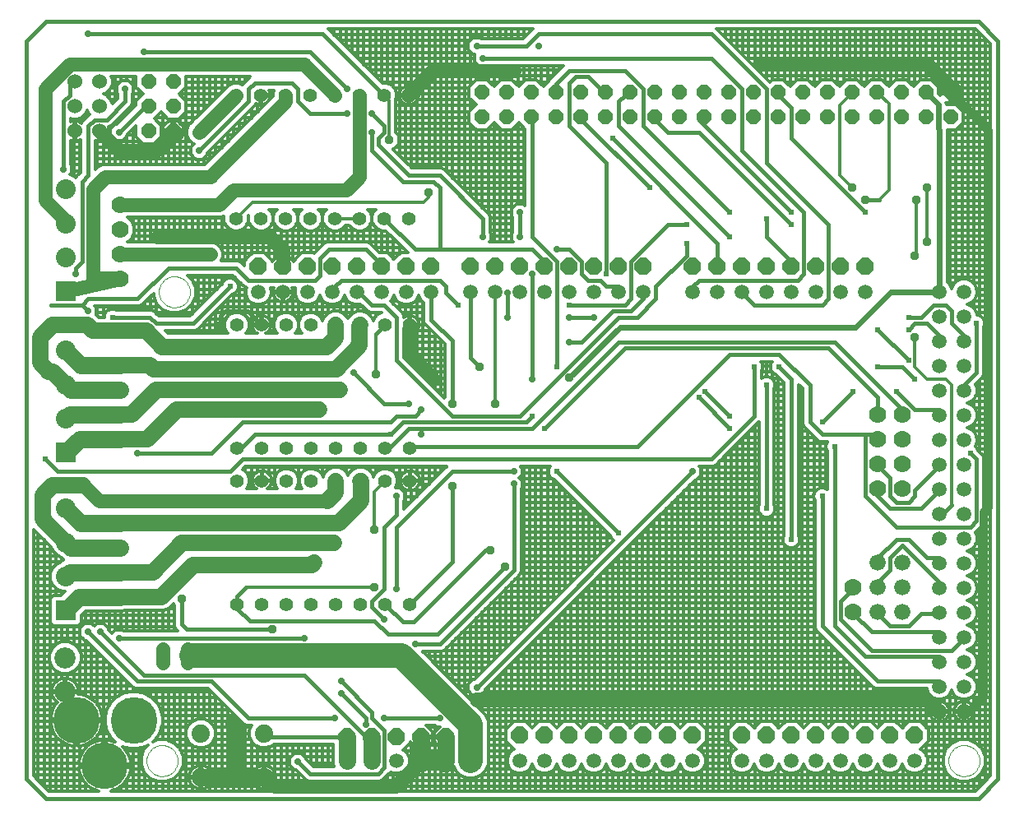
<source format=gbl>
G75*
G70*
%OFA0B0*%
%FSLAX24Y24*%
%IPPOS*%
%LPD*%
%AMOC8*
5,1,8,0,0,1.08239X$1,22.5*
%
%ADD10C,0.0160*%
%ADD11C,0.0594*%
%ADD12C,0.0000*%
%ADD13C,0.0700*%
%ADD14C,0.0554*%
%ADD15C,0.0600*%
%ADD16C,0.1890*%
%ADD17C,0.0560*%
%ADD18R,0.0800X0.0800*%
%ADD19C,0.0800*%
%ADD20C,0.0860*%
%ADD21C,0.0740*%
%ADD22OC8,0.0700*%
%ADD23C,0.0660*%
%ADD24OC8,0.0600*%
%ADD25C,0.0700*%
%ADD26C,0.0660*%
%ADD27C,0.0320*%
%ADD28C,0.0600*%
%ADD29C,0.0240*%
%ADD30OC8,0.0591*%
%ADD31OC8,0.0240*%
%ADD32R,0.0356X0.0356*%
%ADD33C,0.0120*%
%ADD34OC8,0.0356*%
%ADD35C,0.0240*%
%ADD36C,0.1000*%
%ADD37C,0.0400*%
D10*
X003160Y001147D02*
X003947Y000359D01*
X041743Y000359D01*
X042530Y001147D01*
X042530Y031068D01*
X041743Y031855D01*
X003947Y031855D01*
X003160Y031068D01*
X003160Y001147D01*
X007660Y005109D02*
X005660Y007109D01*
X006160Y007109D02*
X007910Y005359D01*
X014410Y005359D01*
X016910Y002859D01*
X017160Y002859D01*
X017660Y003109D02*
X017660Y001609D01*
X017410Y001359D01*
X014660Y001359D01*
X014160Y001859D01*
X012910Y002859D02*
X012790Y002999D01*
X012910Y002859D02*
X016160Y002859D01*
X016910Y003359D02*
X016910Y003609D01*
X015910Y004609D01*
X015910Y005109D02*
X017160Y003859D01*
X017160Y003609D01*
X017660Y003109D01*
X017660Y003609D02*
X019910Y003609D01*
X021410Y004859D02*
X030160Y013609D01*
X030910Y014109D02*
X032660Y015859D01*
X032660Y017859D01*
X033160Y017109D02*
X033160Y012109D01*
X034160Y010859D02*
X034160Y017359D01*
X033660Y017859D01*
X033660Y018359D02*
X034910Y017109D01*
X034910Y015609D01*
X035410Y015109D01*
X037160Y015109D01*
X037160Y012609D01*
X038410Y011359D01*
X041410Y011359D01*
X041660Y011609D01*
X041660Y014109D01*
X041410Y014359D01*
X040160Y013891D02*
X040160Y013859D01*
X039160Y012859D01*
X039160Y012609D01*
X038910Y012359D01*
X038410Y012359D01*
X038160Y012609D01*
X038160Y013359D01*
X037660Y013859D01*
X037660Y013909D01*
X037660Y012909D02*
X037660Y012609D01*
X038160Y012109D01*
X039410Y012109D01*
X040160Y012859D01*
X040160Y012891D01*
X040660Y012259D02*
X040291Y011891D01*
X040160Y011891D01*
X038910Y010859D02*
X038410Y010859D01*
X037660Y010109D01*
X037660Y009909D01*
X038160Y010109D02*
X038160Y009609D01*
X037660Y009109D01*
X037660Y008909D01*
X036660Y008909D02*
X036660Y008859D01*
X036160Y008359D01*
X036160Y007609D01*
X037410Y006359D01*
X040660Y006359D01*
X041160Y006859D01*
X041160Y006891D01*
X040160Y006891D02*
X040160Y007109D01*
X037410Y007109D01*
X036660Y007859D01*
X036660Y007909D01*
X035910Y007359D02*
X035910Y014609D01*
X037160Y015109D02*
X037660Y015109D01*
X037660Y014909D01*
X037660Y015909D02*
X037660Y016609D01*
X035660Y018609D01*
X027410Y018609D01*
X024160Y015359D01*
X023660Y015359D02*
X027160Y018859D01*
X035910Y018859D01*
X038660Y016109D01*
X038660Y015909D01*
X039160Y016109D02*
X038410Y016859D01*
X039160Y017359D02*
X038660Y017859D01*
X037660Y017859D01*
X038910Y018109D02*
X037660Y019359D01*
X038910Y019359D02*
X039160Y019609D01*
X039660Y019609D01*
X040160Y019109D01*
X040160Y018891D01*
X040660Y019609D02*
X041160Y019109D01*
X041160Y018891D01*
X040660Y019609D02*
X040660Y020109D01*
X040410Y020359D01*
X039910Y020359D01*
X039410Y019859D01*
X038910Y019859D01*
X041660Y019609D02*
X041660Y017609D01*
X041160Y017109D01*
X041160Y016891D01*
X040160Y016109D02*
X040160Y015891D01*
X040160Y016109D02*
X039160Y016109D01*
X036660Y016859D02*
X035410Y015609D01*
X031660Y015359D02*
X030410Y016609D01*
X030660Y016859D02*
X031660Y015859D01*
X030910Y014109D02*
X011910Y014109D01*
X011410Y013609D01*
X004410Y013609D01*
X003910Y014109D01*
X007660Y014359D02*
X010660Y014359D01*
X011910Y015609D01*
X017910Y015609D01*
X018160Y015859D01*
X018910Y015859D01*
X019160Y016109D01*
X018660Y016359D02*
X017660Y016359D01*
X016410Y017609D01*
X018160Y018109D02*
X018160Y019859D01*
X017660Y020359D01*
X017160Y020359D01*
X016660Y020859D01*
X016560Y020891D01*
X015910Y021359D02*
X015660Y021109D01*
X015560Y020891D01*
X015910Y021359D02*
X019910Y021359D01*
X020160Y021109D01*
X020160Y020859D01*
X020660Y020359D01*
X021160Y020891D02*
X021160Y018209D01*
X021510Y017859D01*
X020410Y018909D02*
X020410Y016359D01*
X020410Y015859D02*
X018160Y018109D01*
X017310Y019178D02*
X017688Y019556D01*
X019560Y019759D02*
X019560Y020891D01*
X019560Y019759D02*
X020410Y018909D01*
X022660Y019859D02*
X022660Y020859D01*
X023660Y021609D02*
X023660Y017359D01*
X024660Y017859D02*
X024660Y022109D01*
X023660Y023109D01*
X023660Y027859D01*
X023617Y027973D01*
X025160Y027609D02*
X025160Y029359D01*
X025410Y029609D01*
X025910Y029609D01*
X026410Y029109D01*
X026617Y028973D01*
X027160Y028609D02*
X027410Y028859D01*
X027617Y028973D01*
X028160Y029109D02*
X027410Y029859D01*
X025160Y029859D01*
X024610Y029309D01*
X024617Y028973D01*
X025617Y027973D02*
X025660Y027859D01*
X028410Y025109D01*
X026660Y026109D02*
X025160Y027609D01*
X026910Y027109D02*
X031160Y022859D01*
X031160Y021909D01*
X030410Y021359D02*
X030160Y021109D01*
X030160Y020891D01*
X030410Y021359D02*
X034410Y021359D01*
X034660Y021609D01*
X034660Y024109D01*
X032160Y026609D01*
X032160Y029109D01*
X030910Y030359D01*
X021660Y030359D01*
X021410Y030859D02*
X023410Y030859D01*
X023910Y031359D01*
X030910Y031359D01*
X033160Y029109D01*
X033160Y026109D01*
X035660Y023609D01*
X035660Y020609D01*
X035410Y020359D01*
X032660Y020359D01*
X032160Y020859D01*
X032160Y020891D01*
X034160Y021909D02*
X034160Y022109D01*
X033160Y023109D01*
X033160Y023859D01*
X034160Y023609D02*
X030410Y027359D01*
X029160Y027359D01*
X028660Y027859D01*
X028617Y027973D01*
X028160Y027609D02*
X028160Y029109D01*
X027160Y028609D02*
X027160Y027609D01*
X031660Y023109D01*
X031660Y024109D02*
X028160Y027609D01*
X026660Y026109D02*
X026660Y021609D01*
X026410Y021359D02*
X026660Y021109D01*
X027160Y021109D01*
X027160Y020891D01*
X027660Y020609D02*
X027410Y020359D01*
X025160Y020359D01*
X025160Y019859D02*
X026160Y019859D01*
X026910Y020109D02*
X027660Y020109D01*
X028160Y020609D01*
X028160Y020891D01*
X028660Y021109D02*
X028660Y020609D01*
X027910Y019859D01*
X027160Y019859D01*
X023160Y015859D01*
X020410Y015859D01*
X019160Y015359D02*
X019160Y015109D01*
X019160Y015359D02*
X018660Y015359D01*
X017910Y014609D01*
X017688Y014556D01*
X017910Y015109D02*
X018410Y015609D01*
X023410Y015609D01*
X023660Y015859D01*
X023660Y015359D02*
X019160Y015359D01*
X018910Y014609D02*
X018688Y014556D01*
X018910Y014609D02*
X027910Y014609D01*
X031660Y018359D01*
X033660Y018359D01*
X029910Y022359D02*
X028660Y021109D01*
X027660Y020609D02*
X027660Y022109D01*
X029160Y023609D01*
X029910Y023609D01*
X029910Y022859D02*
X029910Y022359D01*
X026910Y020109D02*
X025660Y018859D01*
X025160Y018859D01*
X025910Y021359D02*
X026410Y021359D01*
X025910Y021359D02*
X025660Y021609D01*
X025660Y022109D01*
X025160Y022609D01*
X024660Y022609D01*
X024160Y022109D02*
X024160Y021909D01*
X024160Y022109D02*
X023660Y022609D01*
X019910Y022609D01*
X019910Y025109D01*
X019660Y025359D01*
X018410Y025359D01*
X017160Y026609D01*
X017160Y027359D01*
X017410Y027109D02*
X017410Y026859D01*
X018660Y025609D01*
X019910Y025609D01*
X021660Y023859D01*
X021660Y023109D01*
X023160Y023109D02*
X023160Y024109D01*
X019910Y022609D02*
X018910Y022609D01*
X017660Y023859D01*
X016910Y022609D02*
X015410Y022609D01*
X015060Y022259D01*
X015060Y021559D01*
X014860Y021359D01*
X012160Y021359D01*
X011660Y021859D01*
X008910Y021859D01*
X007660Y020609D01*
X005660Y020609D01*
X005410Y020359D01*
X005660Y020109D01*
X005410Y020359D02*
X004160Y020359D01*
X005160Y021609D02*
X005160Y021859D01*
X005410Y022109D01*
X005410Y025359D01*
X005660Y025609D01*
X005660Y027609D01*
X005910Y027859D01*
X006410Y027859D01*
X007160Y028609D01*
X007160Y029109D01*
X007910Y028359D02*
X008110Y028409D01*
X007910Y028359D02*
X006910Y027359D01*
X004910Y028859D02*
X004660Y028609D01*
X004660Y025859D01*
X004910Y028859D02*
X004910Y029359D01*
X005126Y029406D01*
X005660Y031359D02*
X015160Y031359D01*
X017660Y028859D01*
X017160Y028109D02*
X017660Y027609D01*
X017660Y027359D01*
X017410Y027109D01*
X016160Y028109D02*
X014660Y028109D01*
X014160Y028609D01*
X014160Y029109D01*
X013910Y029359D01*
X012410Y029359D01*
X012160Y029109D01*
X012160Y028609D01*
X010160Y026609D01*
X007910Y030609D02*
X014660Y030609D01*
X016160Y029109D01*
X016910Y022609D02*
X017410Y022109D01*
X017560Y021909D01*
X014560Y020891D02*
X014410Y020859D01*
X012688Y019556D02*
X012134Y020109D01*
X011210Y020109D01*
X011010Y019909D01*
X011010Y019559D01*
X010960Y019509D01*
X009910Y019609D02*
X011410Y021109D01*
X009910Y019609D02*
X008410Y019609D01*
X008160Y019859D01*
X006660Y019859D01*
X011910Y014609D02*
X012410Y015109D01*
X017910Y015109D01*
X020410Y013609D02*
X022910Y013609D01*
X022910Y013109D02*
X022910Y009609D01*
X019910Y006609D01*
X018910Y006609D01*
X019810Y007009D02*
X017810Y007009D01*
X017260Y007559D01*
X012210Y007559D01*
X011707Y008062D01*
X011707Y008237D01*
X011707Y008556D01*
X012060Y008909D01*
X013110Y007209D02*
X009660Y007209D01*
X009460Y007409D01*
X009460Y008459D01*
X006910Y006859D02*
X014410Y006859D01*
X017160Y008109D02*
X017660Y007609D01*
X017160Y008109D02*
X017160Y008359D01*
X017660Y008859D01*
X017660Y011359D01*
X018160Y011859D01*
X018160Y012609D01*
X018160Y011359D02*
X020410Y013609D01*
X020410Y013009D02*
X020410Y009940D01*
X018707Y008237D01*
X018860Y007509D02*
X018435Y007509D01*
X017707Y008237D01*
X018160Y008859D02*
X018160Y011359D01*
X021760Y010409D02*
X018860Y007509D01*
X019810Y007009D02*
X022560Y009759D01*
X021960Y010409D02*
X021760Y010409D01*
X024660Y013609D02*
X027160Y011109D01*
X035410Y012609D02*
X035410Y007359D01*
X037660Y005109D01*
X040160Y005109D01*
X040160Y004891D01*
X040160Y005891D02*
X040160Y006109D01*
X037160Y006109D01*
X035910Y007359D01*
X037660Y007859D02*
X037660Y007909D01*
X037660Y007859D02*
X038160Y007359D01*
X038910Y007359D01*
X039410Y007859D01*
X040160Y007859D01*
X040160Y007891D01*
X040160Y008891D02*
X040160Y009109D01*
X038660Y010609D01*
X038160Y010109D01*
X038910Y010859D02*
X039660Y010109D01*
X040160Y010109D01*
X040160Y009891D01*
X037160Y024109D02*
X034160Y027109D01*
X034160Y028359D01*
X033660Y028859D01*
X033617Y028973D01*
X030617Y027973D02*
X030410Y027859D01*
X034160Y024109D01*
X037160Y024609D02*
X037710Y024609D01*
X036617Y028966D02*
X036617Y028973D01*
X011910Y014609D02*
X011688Y014556D01*
X010660Y005109D02*
X007660Y005109D01*
X010660Y005109D02*
X012160Y003609D01*
X015660Y003609D01*
D11*
X016160Y001891D03*
X017160Y001891D03*
X018160Y001891D03*
X019160Y001891D03*
X020160Y001891D03*
X021160Y001891D03*
X023160Y001891D03*
X024160Y001891D03*
X025160Y001891D03*
X026160Y001891D03*
X027160Y001891D03*
X028160Y001891D03*
X029160Y001891D03*
X030160Y001891D03*
X032160Y001891D03*
X033160Y001891D03*
X034160Y001891D03*
X035160Y001891D03*
X036160Y001891D03*
X037160Y001891D03*
X038160Y001891D03*
X039160Y001891D03*
X040160Y003891D03*
X041160Y003891D03*
X041160Y004891D03*
X040160Y004891D03*
X040160Y005891D03*
X041160Y005891D03*
X041160Y006891D03*
X040160Y006891D03*
X040160Y007891D03*
X041160Y007891D03*
X041160Y008891D03*
X040160Y008891D03*
X040160Y009891D03*
X041160Y009891D03*
X041160Y010891D03*
X040160Y010891D03*
X040160Y011891D03*
X041160Y011891D03*
X041160Y012891D03*
X040160Y012891D03*
X040160Y013891D03*
X041160Y013891D03*
X041160Y014891D03*
X040160Y014891D03*
X040160Y015891D03*
X041160Y015891D03*
X041160Y016891D03*
X040160Y016891D03*
X040160Y017891D03*
X041160Y017891D03*
X041160Y018891D03*
X040160Y018891D03*
X040160Y019891D03*
X041160Y019891D03*
X041160Y020891D03*
X040160Y020891D03*
X037160Y020891D03*
X036160Y020891D03*
X035160Y020891D03*
X034160Y020891D03*
X033160Y020891D03*
X032160Y020891D03*
X031160Y020891D03*
X030160Y020891D03*
X028160Y020891D03*
X027160Y020891D03*
X026160Y020891D03*
X025160Y020891D03*
X024160Y020891D03*
X023160Y020891D03*
X022160Y020891D03*
X021160Y020891D03*
X019560Y020891D03*
X018560Y020891D03*
X017560Y020891D03*
X016560Y020891D03*
X015560Y020891D03*
X014560Y020891D03*
X013560Y020891D03*
X012560Y020891D03*
D12*
X008530Y020891D02*
X008532Y020941D01*
X008538Y020991D01*
X008548Y021040D01*
X008562Y021088D01*
X008579Y021135D01*
X008600Y021180D01*
X008625Y021224D01*
X008653Y021265D01*
X008685Y021304D01*
X008719Y021341D01*
X008756Y021375D01*
X008796Y021405D01*
X008838Y021432D01*
X008882Y021456D01*
X008928Y021477D01*
X008975Y021493D01*
X009023Y021506D01*
X009073Y021515D01*
X009122Y021520D01*
X009173Y021521D01*
X009223Y021518D01*
X009272Y021511D01*
X009321Y021500D01*
X009369Y021485D01*
X009415Y021467D01*
X009460Y021445D01*
X009503Y021419D01*
X009544Y021390D01*
X009583Y021358D01*
X009619Y021323D01*
X009651Y021285D01*
X009681Y021245D01*
X009708Y021202D01*
X009731Y021158D01*
X009750Y021112D01*
X009766Y021064D01*
X009778Y021015D01*
X009786Y020966D01*
X009790Y020916D01*
X009790Y020866D01*
X009786Y020816D01*
X009778Y020767D01*
X009766Y020718D01*
X009750Y020670D01*
X009731Y020624D01*
X009708Y020580D01*
X009681Y020537D01*
X009651Y020497D01*
X009619Y020459D01*
X009583Y020424D01*
X009544Y020392D01*
X009503Y020363D01*
X009460Y020337D01*
X009415Y020315D01*
X009369Y020297D01*
X009321Y020282D01*
X009272Y020271D01*
X009223Y020264D01*
X009173Y020261D01*
X009122Y020262D01*
X009073Y020267D01*
X009023Y020276D01*
X008975Y020289D01*
X008928Y020305D01*
X008882Y020326D01*
X008838Y020350D01*
X008796Y020377D01*
X008756Y020407D01*
X008719Y020441D01*
X008685Y020478D01*
X008653Y020517D01*
X008625Y020558D01*
X008600Y020602D01*
X008579Y020647D01*
X008562Y020694D01*
X008548Y020742D01*
X008538Y020791D01*
X008532Y020841D01*
X008530Y020891D01*
X008030Y001891D02*
X008032Y001941D01*
X008038Y001991D01*
X008048Y002040D01*
X008062Y002088D01*
X008079Y002135D01*
X008100Y002180D01*
X008125Y002224D01*
X008153Y002265D01*
X008185Y002304D01*
X008219Y002341D01*
X008256Y002375D01*
X008296Y002405D01*
X008338Y002432D01*
X008382Y002456D01*
X008428Y002477D01*
X008475Y002493D01*
X008523Y002506D01*
X008573Y002515D01*
X008622Y002520D01*
X008673Y002521D01*
X008723Y002518D01*
X008772Y002511D01*
X008821Y002500D01*
X008869Y002485D01*
X008915Y002467D01*
X008960Y002445D01*
X009003Y002419D01*
X009044Y002390D01*
X009083Y002358D01*
X009119Y002323D01*
X009151Y002285D01*
X009181Y002245D01*
X009208Y002202D01*
X009231Y002158D01*
X009250Y002112D01*
X009266Y002064D01*
X009278Y002015D01*
X009286Y001966D01*
X009290Y001916D01*
X009290Y001866D01*
X009286Y001816D01*
X009278Y001767D01*
X009266Y001718D01*
X009250Y001670D01*
X009231Y001624D01*
X009208Y001580D01*
X009181Y001537D01*
X009151Y001497D01*
X009119Y001459D01*
X009083Y001424D01*
X009044Y001392D01*
X009003Y001363D01*
X008960Y001337D01*
X008915Y001315D01*
X008869Y001297D01*
X008821Y001282D01*
X008772Y001271D01*
X008723Y001264D01*
X008673Y001261D01*
X008622Y001262D01*
X008573Y001267D01*
X008523Y001276D01*
X008475Y001289D01*
X008428Y001305D01*
X008382Y001326D01*
X008338Y001350D01*
X008296Y001377D01*
X008256Y001407D01*
X008219Y001441D01*
X008185Y001478D01*
X008153Y001517D01*
X008125Y001558D01*
X008100Y001602D01*
X008079Y001647D01*
X008062Y001694D01*
X008048Y001742D01*
X008038Y001791D01*
X008032Y001841D01*
X008030Y001891D01*
X040530Y001891D02*
X040532Y001941D01*
X040538Y001991D01*
X040548Y002040D01*
X040562Y002088D01*
X040579Y002135D01*
X040600Y002180D01*
X040625Y002224D01*
X040653Y002265D01*
X040685Y002304D01*
X040719Y002341D01*
X040756Y002375D01*
X040796Y002405D01*
X040838Y002432D01*
X040882Y002456D01*
X040928Y002477D01*
X040975Y002493D01*
X041023Y002506D01*
X041073Y002515D01*
X041122Y002520D01*
X041173Y002521D01*
X041223Y002518D01*
X041272Y002511D01*
X041321Y002500D01*
X041369Y002485D01*
X041415Y002467D01*
X041460Y002445D01*
X041503Y002419D01*
X041544Y002390D01*
X041583Y002358D01*
X041619Y002323D01*
X041651Y002285D01*
X041681Y002245D01*
X041708Y002202D01*
X041731Y002158D01*
X041750Y002112D01*
X041766Y002064D01*
X041778Y002015D01*
X041786Y001966D01*
X041790Y001916D01*
X041790Y001866D01*
X041786Y001816D01*
X041778Y001767D01*
X041766Y001718D01*
X041750Y001670D01*
X041731Y001624D01*
X041708Y001580D01*
X041681Y001537D01*
X041651Y001497D01*
X041619Y001459D01*
X041583Y001424D01*
X041544Y001392D01*
X041503Y001363D01*
X041460Y001337D01*
X041415Y001315D01*
X041369Y001297D01*
X041321Y001282D01*
X041272Y001271D01*
X041223Y001264D01*
X041173Y001261D01*
X041122Y001262D01*
X041073Y001267D01*
X041023Y001276D01*
X040975Y001289D01*
X040928Y001305D01*
X040882Y001326D01*
X040838Y001350D01*
X040796Y001377D01*
X040756Y001407D01*
X040719Y001441D01*
X040685Y001478D01*
X040653Y001517D01*
X040625Y001558D01*
X040600Y001602D01*
X040579Y001647D01*
X040562Y001694D01*
X040548Y001742D01*
X040538Y001791D01*
X040532Y001841D01*
X040530Y001891D01*
D13*
X036660Y007909D03*
X036660Y008909D03*
X037660Y012909D03*
X038660Y012909D03*
X038660Y013909D03*
X037660Y013909D03*
X037660Y014909D03*
X038660Y014909D03*
X038660Y015909D03*
X037660Y015909D03*
X006960Y015925D03*
X006960Y014925D03*
X006960Y016925D03*
X006960Y017925D03*
X006960Y021409D03*
X006960Y022409D03*
X006960Y023409D03*
X006960Y024409D03*
X006960Y011528D03*
X006960Y010528D03*
X006960Y009528D03*
X006960Y008528D03*
D14*
X011707Y008237D03*
X012707Y008237D03*
X013707Y008237D03*
X014707Y008237D03*
X015707Y008237D03*
X016707Y008237D03*
X017707Y008237D03*
X018707Y008237D03*
X018707Y013237D03*
X017707Y013237D03*
X016707Y013237D03*
X015707Y013237D03*
X014707Y013237D03*
X013707Y013237D03*
X012707Y013237D03*
X011707Y013237D03*
X011688Y014556D03*
X012688Y014556D03*
X013688Y014556D03*
X014688Y014556D03*
X015688Y014556D03*
X016688Y014556D03*
X017688Y014556D03*
X018688Y014556D03*
X018688Y019556D03*
X017688Y019556D03*
X016688Y019556D03*
X015688Y019556D03*
X014688Y019556D03*
X013688Y019556D03*
X012688Y019556D03*
X011688Y019556D03*
X011660Y023859D03*
X012660Y023859D03*
X013660Y023859D03*
X014660Y023859D03*
X015660Y023859D03*
X016660Y023859D03*
X017660Y023859D03*
X018660Y023859D03*
X018660Y028859D03*
X017660Y028859D03*
X016660Y028859D03*
X015660Y028859D03*
X014660Y028859D03*
X013660Y028859D03*
X012660Y028859D03*
X011660Y028859D03*
D15*
X006126Y028406D03*
X005126Y028406D03*
X005126Y029406D03*
X006126Y029406D03*
X006126Y027406D03*
X005126Y027406D03*
D16*
X005191Y003536D03*
X006333Y001686D03*
X007514Y003536D03*
D17*
X008681Y005869D02*
X008681Y006429D01*
X009681Y006429D02*
X009681Y005869D01*
X012850Y001219D02*
X013210Y000859D01*
X018129Y000859D01*
X019160Y001891D01*
X015360Y012409D02*
X006110Y012409D01*
X005460Y013059D01*
X004760Y020909D02*
X006960Y021409D01*
X006910Y021459D01*
X005860Y021459D01*
X005860Y025059D01*
X006360Y025559D01*
X010610Y025559D01*
X013660Y028609D01*
X013660Y028859D01*
X014410Y030109D02*
X004910Y030109D01*
X003910Y029109D01*
X003910Y024609D01*
X004660Y023859D01*
X004760Y023665D01*
X006960Y024409D02*
X010960Y024409D01*
X011560Y025009D01*
X016110Y025009D01*
X016660Y025559D01*
X016660Y028859D01*
X015660Y028859D02*
X014410Y030109D01*
X011660Y028859D02*
X010160Y027359D01*
X009160Y027359D02*
X009110Y027409D01*
X009160Y027359D02*
X008410Y026609D01*
X006910Y026609D01*
X006160Y027359D01*
X006126Y027406D01*
X008460Y023109D02*
X013060Y023109D01*
X013560Y022559D01*
X013560Y021909D01*
X010610Y022409D02*
X006960Y022409D01*
X018688Y019556D02*
X018660Y019359D01*
X018660Y018359D01*
X019660Y017359D01*
X019660Y029859D02*
X022910Y029859D01*
D18*
X004760Y020909D03*
X004760Y014375D03*
X004760Y007981D03*
D19*
X004760Y009359D03*
X004760Y010737D03*
X004760Y012115D03*
X004760Y015753D03*
X004760Y017131D03*
X004760Y018509D03*
X004760Y022287D03*
X004760Y023665D03*
X004760Y025043D03*
D20*
X004729Y006067D03*
X004729Y004690D03*
D21*
X010230Y002999D03*
X012790Y002999D03*
X012790Y001219D03*
X010230Y001219D03*
D22*
X016160Y002859D03*
X017160Y002859D03*
X018160Y002859D03*
X019160Y002859D03*
X020160Y002859D03*
X021160Y002859D03*
X023160Y002909D03*
X024160Y002909D03*
X025160Y002909D03*
X026160Y002909D03*
X027160Y002909D03*
X028160Y002909D03*
X029160Y002909D03*
X030160Y002909D03*
X032160Y002909D03*
X033160Y002909D03*
X034160Y002909D03*
X035160Y002909D03*
X036160Y002909D03*
X037160Y002909D03*
X038160Y002909D03*
X039160Y002909D03*
X037160Y021909D03*
X036160Y021909D03*
X035160Y021909D03*
X034160Y021909D03*
X033160Y021909D03*
X032160Y021909D03*
X031160Y021909D03*
X030160Y021909D03*
X028160Y021909D03*
X027160Y021909D03*
X026160Y021909D03*
X025160Y021909D03*
X024160Y021909D03*
X023160Y021909D03*
X022160Y021909D03*
X021160Y021909D03*
X019560Y021909D03*
X018560Y021909D03*
X017560Y021909D03*
X016560Y021909D03*
X015560Y021909D03*
X014560Y021909D03*
X013560Y021909D03*
X012560Y021909D03*
D23*
X037660Y009909D03*
X037660Y008909D03*
X037660Y007909D03*
X038660Y007909D03*
X038660Y008909D03*
X038660Y009909D03*
D24*
X038617Y027973D03*
X039617Y027973D03*
X040617Y027973D03*
X040617Y028973D03*
X039617Y028973D03*
X038617Y028973D03*
X037617Y028973D03*
X036617Y028973D03*
X035617Y028973D03*
X034617Y028973D03*
X033617Y028973D03*
X032617Y028973D03*
X031617Y028973D03*
X030617Y028973D03*
X029617Y028973D03*
X028617Y028973D03*
X027617Y028973D03*
X026617Y028973D03*
X025617Y028973D03*
X024617Y028973D03*
X023617Y028973D03*
X022617Y028973D03*
X021617Y028973D03*
X021617Y027973D03*
X022617Y027973D03*
X023617Y027973D03*
X024617Y027973D03*
X025617Y027973D03*
X026617Y027973D03*
X027617Y027973D03*
X028617Y027973D03*
X029617Y027973D03*
X030617Y027973D03*
X031617Y027973D03*
X032617Y027973D03*
X033617Y027973D03*
X034617Y027973D03*
X035617Y027973D03*
X036617Y027973D03*
X037617Y027973D03*
X009110Y028409D03*
X008110Y028409D03*
X008110Y027409D03*
X009110Y027409D03*
X009110Y029409D03*
X008110Y029409D03*
D25*
X004760Y018509D02*
X005344Y017925D01*
X006960Y017925D01*
X006960Y016925D02*
X004966Y016925D01*
X004760Y017131D01*
X004932Y015925D02*
X004760Y015753D01*
X004932Y015925D02*
X006960Y015925D01*
X006960Y014925D02*
X005310Y014925D01*
X004760Y014375D01*
X004760Y012115D02*
X005347Y011528D01*
X006960Y011528D01*
X006960Y010528D02*
X004969Y010528D01*
X004899Y010598D01*
X004760Y010737D01*
X004929Y009528D02*
X004760Y009359D01*
X004929Y009528D02*
X006960Y009528D01*
X006960Y008528D02*
X005307Y008528D01*
X004760Y007981D01*
X010230Y001219D02*
X011660Y001219D01*
X012790Y001219D01*
X012850Y001219D01*
X016160Y001891D02*
X016160Y002859D01*
X017160Y002859D02*
X017160Y001891D01*
X019160Y001891D02*
X019160Y002859D01*
X020160Y002859D02*
X020160Y001891D01*
D26*
X019160Y001891D01*
X009910Y009809D02*
X008629Y008528D01*
X006960Y008528D01*
X006960Y009528D02*
X008279Y009528D01*
X009460Y010709D01*
X015610Y010709D01*
X014810Y009909D02*
X014710Y009809D01*
X009910Y009809D01*
X006960Y011528D02*
X015829Y011528D01*
X016710Y012409D01*
X016710Y013234D01*
X016707Y013237D01*
X015707Y013237D02*
X015707Y012756D01*
X015360Y012409D01*
X015010Y016109D02*
X009260Y016109D01*
X008060Y014909D01*
X006976Y014909D01*
X006960Y014925D01*
X006960Y015925D02*
X007426Y015925D01*
X008410Y016909D01*
X015860Y016909D01*
X015710Y017759D02*
X016660Y018709D01*
X016660Y019528D01*
X016688Y019556D01*
X015688Y019556D02*
X015688Y019037D01*
X015310Y018659D01*
X008660Y018659D01*
X008010Y019309D01*
X005860Y019309D01*
X005610Y019559D01*
X004210Y019559D01*
X003710Y019059D01*
X003710Y018009D01*
X004060Y017659D01*
X004232Y017659D01*
X004760Y017131D01*
X006960Y017925D02*
X008144Y017925D01*
X008310Y017759D01*
X015710Y017759D01*
X005460Y013059D02*
X004210Y013059D01*
X003810Y012659D01*
X003810Y011687D01*
X004899Y010598D01*
D27*
X040617Y028973D02*
X042160Y027430D01*
X042160Y012159D01*
X041960Y011959D01*
X041960Y004459D01*
X041360Y003859D01*
X041160Y003859D01*
D28*
X041160Y003891D01*
X040160Y003859D02*
X040160Y003891D01*
X040160Y003859D02*
X039660Y004359D01*
X021410Y004359D01*
X011660Y003359D02*
X011660Y001219D01*
X011660Y003359D02*
X011510Y003359D01*
X018660Y028859D02*
X019660Y029859D01*
X032910Y030109D02*
X039660Y030109D01*
X040660Y029109D01*
X040617Y028973D01*
D29*
X037160Y024109D03*
X034160Y024109D03*
X034160Y023609D03*
X033160Y023859D03*
X031660Y024109D03*
X031660Y023109D03*
X029910Y022859D03*
X029910Y023609D03*
X028410Y025109D03*
X026910Y027109D03*
X026660Y021609D03*
X025160Y020359D03*
X024660Y017859D03*
X023660Y015859D03*
X024160Y015359D03*
X024660Y013609D03*
X027160Y011109D03*
X033160Y012109D03*
X034160Y010859D03*
X035410Y012609D03*
X035910Y014609D03*
X035410Y015609D03*
X036660Y016859D03*
X037660Y017859D03*
X038410Y016859D03*
X039160Y017359D03*
X038910Y018109D03*
X038910Y019359D03*
X038910Y019859D03*
X037660Y019359D03*
X041660Y019609D03*
X041410Y014359D03*
X033660Y017859D03*
X033160Y017109D03*
X032660Y017859D03*
X030660Y016859D03*
X030410Y016609D03*
X031660Y015859D03*
X031660Y015359D03*
X020660Y020359D03*
X017910Y015109D03*
X011410Y021109D03*
X006660Y019859D03*
X003910Y014109D03*
X021410Y004359D03*
D30*
X011510Y003359D03*
D31*
X014160Y001859D03*
X015660Y003609D03*
X015910Y004609D03*
X015910Y005109D03*
X017660Y003609D03*
X016910Y003359D03*
X019910Y003609D03*
X021410Y004859D03*
X018910Y006609D03*
X017660Y007609D03*
X018160Y008859D03*
X014410Y006859D03*
X018160Y012609D03*
X019160Y015109D03*
X019160Y016109D03*
X018660Y016359D03*
X019660Y017359D03*
X016410Y017609D03*
X022660Y019859D03*
X022660Y020859D03*
X023660Y021609D03*
X024660Y022609D03*
X023160Y023109D03*
X023160Y024109D03*
X021660Y023109D03*
X025160Y019859D03*
X026160Y019859D03*
X025160Y018859D03*
X023660Y017359D03*
X022910Y013609D03*
X022910Y013109D03*
X030160Y013609D03*
X017160Y027359D03*
X017160Y028109D03*
X016160Y028109D03*
X016160Y029109D03*
X021410Y030859D03*
X021660Y030359D03*
X022910Y029859D03*
X023910Y030859D03*
X032910Y030109D03*
X010160Y027359D03*
X010160Y026609D03*
X006910Y027359D03*
X007160Y029109D03*
X007910Y030609D03*
X005660Y031359D03*
X004660Y025859D03*
X005160Y021609D03*
X005660Y020109D03*
X007660Y014359D03*
X006160Y007109D03*
X005660Y007109D03*
X006910Y006859D03*
D32*
X010960Y019509D03*
X008460Y023109D03*
D33*
X008440Y022909D02*
X008440Y023909D01*
X008680Y023909D02*
X008680Y022909D01*
X008920Y022909D02*
X008920Y023909D01*
X009160Y023909D02*
X009160Y022909D01*
X009400Y022909D02*
X009400Y023909D01*
X009640Y023909D02*
X009640Y022909D01*
X009880Y022909D02*
X009880Y023909D01*
X010120Y023909D02*
X010120Y022909D01*
X010360Y022909D02*
X010360Y023909D01*
X010600Y023909D02*
X010600Y022909D01*
X010709Y022909D02*
X007242Y022909D01*
X007283Y022926D01*
X007443Y023086D01*
X007530Y023296D01*
X007530Y023523D01*
X007443Y023732D01*
X007283Y023892D01*
X007242Y023909D01*
X007242Y023909D01*
X011059Y023909D01*
X011163Y023952D01*
X011163Y023760D01*
X011239Y023578D01*
X011378Y023438D01*
X011561Y023362D01*
X011759Y023362D01*
X011942Y023438D01*
X012081Y023578D01*
X012157Y023760D01*
X012157Y023958D01*
X012156Y023960D01*
X012168Y023972D01*
X012163Y023958D01*
X012163Y023760D01*
X012239Y023578D01*
X012378Y023438D01*
X012561Y023362D01*
X012759Y023362D01*
X012942Y023438D01*
X013081Y023578D01*
X013157Y023760D01*
X013157Y023958D01*
X013081Y024141D01*
X012993Y024229D01*
X013327Y024229D01*
X013239Y024141D01*
X013163Y023958D01*
X013163Y023760D01*
X013239Y023578D01*
X013378Y023438D01*
X013561Y023362D01*
X013759Y023362D01*
X013942Y023438D01*
X014081Y023578D01*
X014157Y023760D01*
X014157Y023958D01*
X014081Y024141D01*
X013993Y024229D01*
X014327Y024229D01*
X014239Y024141D01*
X014163Y023958D01*
X014163Y023760D01*
X014239Y023578D01*
X014378Y023438D01*
X014561Y023362D01*
X014759Y023362D01*
X014942Y023438D01*
X015081Y023578D01*
X015157Y023760D01*
X015157Y023958D01*
X015081Y024141D01*
X014993Y024229D01*
X015327Y024229D01*
X015239Y024141D01*
X015163Y023958D01*
X015163Y023760D01*
X015239Y023578D01*
X015378Y023438D01*
X015561Y023362D01*
X015759Y023362D01*
X015942Y023438D01*
X016081Y023578D01*
X016082Y023579D01*
X016238Y023579D01*
X016239Y023578D01*
X016378Y023438D01*
X016561Y023362D01*
X016759Y023362D01*
X016942Y023438D01*
X017081Y023578D01*
X017157Y023760D01*
X017157Y023958D01*
X017081Y024141D01*
X016993Y024229D01*
X017327Y024229D01*
X017239Y024141D01*
X017163Y023958D01*
X017163Y023760D01*
X017239Y023578D01*
X017378Y023438D01*
X017561Y023362D01*
X017733Y023362D01*
X018616Y022479D01*
X018324Y022479D01*
X018060Y022215D01*
X017796Y022479D01*
X017464Y022479D01*
X017164Y022779D01*
X017080Y022864D01*
X016970Y022909D01*
X015350Y022909D01*
X015240Y022864D01*
X015156Y022779D01*
X014826Y022449D01*
X014796Y022479D01*
X014324Y022479D01*
X013990Y022145D01*
X013990Y022130D01*
X013751Y022369D01*
X013600Y022369D01*
X013600Y021949D01*
X013520Y021949D01*
X013520Y022369D01*
X013369Y022369D01*
X013130Y022130D01*
X013130Y022145D01*
X012796Y022479D01*
X012324Y022479D01*
X011990Y022145D01*
X011990Y021953D01*
X011914Y022029D01*
X011830Y022114D01*
X011720Y022159D01*
X011048Y022159D01*
X011110Y022310D01*
X011110Y022509D01*
X011034Y022692D01*
X010893Y022833D01*
X010709Y022909D01*
X010840Y022855D02*
X010840Y023909D01*
X011080Y023918D02*
X011080Y022581D01*
X011039Y022679D02*
X015056Y022679D01*
X015160Y022783D02*
X015160Y024229D01*
X015090Y024119D02*
X015230Y024119D01*
X015163Y023879D02*
X015157Y023879D01*
X015107Y023639D02*
X015213Y023639D01*
X015400Y023429D02*
X015400Y022909D01*
X015640Y022909D02*
X015640Y023362D01*
X015471Y023399D02*
X014849Y023399D01*
X014920Y023429D02*
X014920Y022543D01*
X014680Y022479D02*
X014680Y023362D01*
X014471Y023399D02*
X013849Y023399D01*
X013960Y023456D02*
X013960Y022160D01*
X013921Y022199D02*
X014044Y022199D01*
X014200Y022355D02*
X014200Y023671D01*
X014213Y023639D02*
X014107Y023639D01*
X014157Y023879D02*
X014163Y023879D01*
X014200Y024048D02*
X014200Y024229D01*
X014230Y024119D02*
X014090Y024119D01*
X013240Y024142D02*
X013240Y024229D01*
X013230Y024119D02*
X013090Y024119D01*
X013000Y024222D02*
X013000Y024229D01*
X013157Y023879D02*
X013163Y023879D01*
X013213Y023639D02*
X013107Y023639D01*
X013240Y023576D02*
X013240Y022240D01*
X013199Y022199D02*
X013076Y022199D01*
X013000Y022275D02*
X013000Y023496D01*
X012849Y023399D02*
X013471Y023399D01*
X013480Y023396D02*
X013480Y022369D01*
X013520Y022199D02*
X013600Y022199D01*
X013720Y022369D02*
X013720Y023362D01*
X014440Y023412D02*
X014440Y022479D01*
X014284Y022439D02*
X012836Y022439D01*
X012760Y022479D02*
X012760Y023362D01*
X012520Y023379D02*
X012520Y022479D01*
X012284Y022439D02*
X011110Y022439D01*
X011080Y022237D02*
X011080Y022159D01*
X011064Y022199D02*
X012044Y022199D01*
X012040Y022195D02*
X012040Y023536D01*
X012107Y023639D02*
X012213Y023639D01*
X012280Y023536D02*
X012280Y022435D01*
X011990Y021959D02*
X011984Y021959D01*
X011800Y022126D02*
X011800Y023379D01*
X011849Y023399D02*
X012471Y023399D01*
X012163Y023879D02*
X012157Y023879D01*
X011660Y023859D02*
X012310Y024509D01*
X019260Y024509D01*
X019460Y024709D01*
X019460Y024909D01*
X020384Y025559D02*
X023360Y025559D01*
X023360Y025319D02*
X020624Y025319D01*
X020680Y025263D02*
X020680Y031555D01*
X020440Y031555D02*
X020440Y025503D01*
X020200Y025743D02*
X020200Y031555D01*
X019960Y031555D02*
X019960Y025909D01*
X019970Y025909D02*
X018784Y025909D01*
X018029Y026665D01*
X018258Y026894D01*
X018258Y027224D01*
X018140Y027342D01*
X018140Y028715D01*
X018139Y028717D01*
X018157Y028760D01*
X018157Y028958D01*
X018081Y029141D01*
X017942Y029281D01*
X017759Y029356D01*
X017587Y029356D01*
X015388Y031555D01*
X023682Y031555D01*
X023656Y031529D01*
X023286Y031159D01*
X021591Y031159D01*
X021551Y031199D01*
X021269Y031199D01*
X021070Y031000D01*
X021070Y030718D01*
X021269Y030519D01*
X021339Y030519D01*
X021320Y030500D01*
X021320Y030218D01*
X021519Y030019D01*
X021801Y030019D01*
X021841Y030059D01*
X024936Y030059D01*
X024438Y029561D01*
X024435Y029560D01*
X024396Y029519D01*
X024356Y029479D01*
X024354Y029476D01*
X024352Y029474D01*
X024333Y029425D01*
X024117Y029209D01*
X023832Y029493D01*
X023401Y029493D01*
X023117Y029209D01*
X022832Y029493D01*
X022401Y029493D01*
X022117Y029209D01*
X021832Y029493D01*
X021401Y029493D01*
X021097Y029189D01*
X021097Y028758D01*
X021381Y028473D01*
X021097Y028189D01*
X021097Y027758D01*
X021401Y027453D01*
X021832Y027453D01*
X022117Y027738D01*
X022401Y027453D01*
X022832Y027453D01*
X023117Y027738D01*
X023360Y027495D01*
X023360Y024390D01*
X023301Y024449D01*
X023019Y024449D01*
X022820Y024250D01*
X022820Y023968D01*
X022860Y023928D01*
X022860Y023290D01*
X022820Y023250D01*
X022820Y022968D01*
X022879Y022909D01*
X021941Y022909D01*
X022000Y022968D01*
X022000Y023250D01*
X021960Y023290D01*
X021960Y023919D01*
X021914Y024029D01*
X021830Y024114D01*
X020080Y025864D01*
X019970Y025909D01*
X020144Y025799D02*
X023360Y025799D01*
X023360Y026039D02*
X018654Y026039D01*
X018760Y025933D02*
X018760Y028484D01*
X018773Y028487D02*
X018843Y028516D01*
X018907Y028558D01*
X018961Y028612D01*
X019003Y028676D01*
X019032Y028746D01*
X019047Y028821D01*
X019047Y028831D01*
X018689Y028831D01*
X018689Y028888D01*
X019047Y028888D01*
X019047Y028897D01*
X019032Y028972D01*
X019003Y029043D01*
X018961Y029106D01*
X018907Y029160D01*
X018843Y029202D01*
X018773Y029231D01*
X018698Y029246D01*
X018689Y029246D01*
X018689Y028888D01*
X018631Y028888D01*
X018631Y028831D01*
X018273Y028831D01*
X018273Y028821D01*
X018288Y028746D01*
X018317Y028676D01*
X018359Y028612D01*
X018413Y028558D01*
X018477Y028516D01*
X018547Y028487D01*
X018622Y028472D01*
X018631Y028472D01*
X018631Y028831D01*
X018689Y028831D01*
X018689Y028472D01*
X018698Y028472D01*
X018773Y028487D01*
X018689Y028679D02*
X018631Y028679D01*
X018520Y028831D02*
X018520Y028888D01*
X018631Y028888D02*
X018273Y028888D01*
X018273Y028897D01*
X018288Y028972D01*
X018317Y029043D01*
X018359Y029106D01*
X018413Y029160D01*
X018477Y029202D01*
X018547Y029231D01*
X018622Y029246D01*
X018631Y029246D01*
X018631Y028888D01*
X018631Y028919D02*
X018689Y028919D01*
X018760Y028888D02*
X018760Y028831D01*
X019000Y028831D02*
X019000Y028888D01*
X019043Y028919D02*
X021097Y028919D01*
X021160Y028695D02*
X021160Y028252D01*
X021107Y028199D02*
X018140Y028199D01*
X018140Y027959D02*
X021097Y027959D01*
X021135Y027719D02*
X018140Y027719D01*
X018140Y027479D02*
X021375Y027479D01*
X021400Y027455D02*
X021400Y024543D01*
X021344Y024599D02*
X023360Y024599D01*
X023320Y024430D02*
X023320Y027535D01*
X023360Y027479D02*
X022858Y027479D01*
X022840Y027461D02*
X022840Y024270D01*
X022929Y024359D02*
X021584Y024359D01*
X021640Y024303D02*
X021640Y027453D01*
X021858Y027479D02*
X022375Y027479D01*
X022360Y027495D02*
X022360Y022909D01*
X022600Y022909D02*
X022600Y027453D01*
X022135Y027719D02*
X022098Y027719D01*
X022120Y027735D02*
X022120Y022909D01*
X021951Y022919D02*
X022869Y022919D01*
X022840Y022909D02*
X022840Y022948D01*
X022820Y023159D02*
X022000Y023159D01*
X021960Y023399D02*
X022860Y023399D01*
X022840Y023270D02*
X022840Y023948D01*
X022860Y023879D02*
X021960Y023879D01*
X021880Y024063D02*
X021880Y027501D01*
X021160Y027695D02*
X021160Y024783D01*
X021104Y024839D02*
X023360Y024839D01*
X023360Y025079D02*
X020864Y025079D01*
X020920Y025023D02*
X020920Y031555D01*
X021160Y031555D02*
X021160Y031090D01*
X021149Y031079D02*
X015864Y031079D01*
X015880Y031063D02*
X015880Y031555D01*
X015640Y031555D02*
X015640Y031303D01*
X015624Y031319D02*
X023446Y031319D01*
X023560Y031433D02*
X023560Y031555D01*
X023320Y031555D02*
X023320Y031193D01*
X023080Y031159D02*
X023080Y031555D01*
X022840Y031555D02*
X022840Y031159D01*
X022600Y031159D02*
X022600Y031555D01*
X022360Y031555D02*
X022360Y031159D01*
X022120Y031159D02*
X022120Y031555D01*
X021880Y031555D02*
X021880Y031159D01*
X021640Y031159D02*
X021640Y031555D01*
X021400Y031555D02*
X021400Y031199D01*
X021070Y030839D02*
X016104Y030839D01*
X016120Y030823D02*
X016120Y031555D01*
X016360Y031555D02*
X016360Y030583D01*
X016344Y030599D02*
X021189Y030599D01*
X021160Y030628D02*
X021160Y029252D01*
X021097Y029159D02*
X018908Y029159D01*
X019000Y029047D02*
X019000Y031555D01*
X018760Y031555D02*
X018760Y029234D01*
X018689Y029159D02*
X018631Y029159D01*
X018520Y029220D02*
X018520Y031555D01*
X018280Y031555D02*
X018280Y028933D01*
X018277Y028919D02*
X018157Y028919D01*
X018280Y028888D02*
X018280Y028831D01*
X018280Y028785D02*
X018280Y026413D01*
X018174Y026519D02*
X023360Y026519D01*
X023360Y026279D02*
X018414Y026279D01*
X018520Y026173D02*
X018520Y028498D01*
X018315Y028679D02*
X018140Y028679D01*
X018140Y028439D02*
X021347Y028439D01*
X021175Y028679D02*
X019005Y028679D01*
X019000Y028671D02*
X019000Y025909D01*
X019240Y025909D02*
X019240Y031555D01*
X019480Y031555D02*
X019480Y025909D01*
X019720Y025909D02*
X019720Y031555D01*
X018040Y031555D02*
X018040Y029182D01*
X018063Y029159D02*
X018412Y029159D01*
X017800Y029339D02*
X017800Y031555D01*
X017560Y031555D02*
X017560Y029383D01*
X017544Y029399D02*
X021307Y029399D01*
X021400Y029492D02*
X021400Y030138D01*
X021419Y030119D02*
X016824Y030119D01*
X016840Y030103D02*
X016840Y031555D01*
X016600Y031555D02*
X016600Y030343D01*
X016584Y030359D02*
X021320Y030359D01*
X021640Y030019D02*
X021640Y029493D01*
X021880Y029445D02*
X021880Y030059D01*
X022120Y030059D02*
X022120Y029212D01*
X022307Y029399D02*
X021926Y029399D01*
X022360Y029452D02*
X022360Y030059D01*
X022600Y030059D02*
X022600Y029493D01*
X022840Y029485D02*
X022840Y030059D01*
X023080Y030059D02*
X023080Y029245D01*
X022926Y029399D02*
X023307Y029399D01*
X023320Y029412D02*
X023320Y030059D01*
X023560Y030059D02*
X023560Y029493D01*
X023800Y029493D02*
X023800Y030059D01*
X024040Y030059D02*
X024040Y029285D01*
X023926Y029399D02*
X024307Y029399D01*
X024280Y029372D02*
X024280Y030059D01*
X024520Y030059D02*
X024520Y029643D01*
X024516Y029639D02*
X017304Y029639D01*
X017320Y029623D02*
X017320Y031555D01*
X017080Y031555D02*
X017080Y029863D01*
X017064Y029879D02*
X024756Y029879D01*
X024760Y029883D02*
X024760Y030059D01*
X023135Y027719D02*
X023098Y027719D01*
X023080Y027701D02*
X023080Y024449D01*
X022820Y024119D02*
X021824Y024119D01*
X021960Y023639D02*
X022860Y023639D01*
X022160Y020891D02*
X022160Y016359D01*
X020110Y016622D02*
X020091Y016603D01*
X018460Y018233D01*
X018460Y019242D01*
X018504Y019213D01*
X018575Y019184D01*
X018649Y019169D01*
X018659Y019169D01*
X018659Y019527D01*
X018716Y019527D01*
X018716Y019169D01*
X018726Y019169D01*
X018801Y019184D01*
X018871Y019213D01*
X018934Y019255D01*
X018988Y019309D01*
X019031Y019373D01*
X019060Y019443D01*
X019075Y019518D01*
X019075Y019527D01*
X018716Y019527D01*
X018716Y019585D01*
X018659Y019585D01*
X018659Y019943D01*
X018649Y019943D01*
X018575Y019928D01*
X018504Y019899D01*
X018460Y019870D01*
X018460Y019919D01*
X018414Y020029D01*
X017922Y020522D01*
X017998Y020598D01*
X018060Y020747D01*
X018122Y020598D01*
X018267Y020453D01*
X018457Y020374D01*
X018663Y020374D01*
X018853Y020453D01*
X018998Y020598D01*
X019060Y020747D01*
X019122Y020598D01*
X019260Y020460D01*
X019260Y019700D01*
X019306Y019589D01*
X019390Y019505D01*
X019390Y019505D01*
X020110Y018785D01*
X020110Y016622D01*
X020110Y016679D02*
X020014Y016679D01*
X019960Y016733D02*
X019960Y018935D01*
X020056Y018839D02*
X018460Y018839D01*
X018460Y018599D02*
X020110Y018599D01*
X020110Y018359D02*
X018460Y018359D01*
X018520Y018173D02*
X018520Y019206D01*
X018460Y019079D02*
X019816Y019079D01*
X019720Y019175D02*
X019720Y016973D01*
X019774Y016919D02*
X020110Y016919D01*
X020110Y017159D02*
X019534Y017159D01*
X019480Y017213D02*
X019480Y019415D01*
X019576Y019319D02*
X018995Y019319D01*
X019000Y019327D02*
X019000Y017693D01*
X019054Y017639D02*
X020110Y017639D01*
X020110Y017399D02*
X019294Y017399D01*
X019240Y017453D02*
X019240Y020480D01*
X019201Y020519D02*
X018919Y020519D01*
X019000Y020602D02*
X019000Y019785D01*
X018991Y019799D02*
X019260Y019799D01*
X019031Y019739D02*
X019060Y019669D01*
X019075Y019594D01*
X019075Y019585D01*
X018716Y019585D01*
X018716Y019943D01*
X018726Y019943D01*
X018801Y019928D01*
X018871Y019899D01*
X018934Y019857D01*
X018988Y019803D01*
X019031Y019739D01*
X019000Y019585D02*
X019000Y019527D01*
X018760Y019527D02*
X018760Y019585D01*
X018716Y019559D02*
X019336Y019559D01*
X019260Y020039D02*
X018404Y020039D01*
X018280Y020163D02*
X018280Y020447D01*
X018201Y020519D02*
X017924Y020519D01*
X018040Y020403D02*
X018040Y020699D01*
X018164Y020279D02*
X019260Y020279D01*
X018760Y020414D02*
X018760Y019936D01*
X018716Y019799D02*
X018659Y019799D01*
X018520Y019906D02*
X018520Y020374D01*
X017555Y020039D02*
X017406Y019978D01*
X017266Y019838D01*
X017216Y019717D01*
X017154Y019868D01*
X016999Y020022D01*
X016797Y020106D01*
X016578Y020106D01*
X016376Y020022D01*
X016194Y019840D01*
X016180Y019806D01*
X016154Y019868D01*
X015999Y020022D01*
X015797Y020106D01*
X015578Y020106D01*
X015376Y020022D01*
X015221Y019868D01*
X015159Y019717D01*
X015109Y019838D01*
X014969Y019978D01*
X014786Y020053D01*
X014589Y020053D01*
X014406Y019978D01*
X014266Y019838D01*
X014190Y019655D01*
X014190Y019457D01*
X014266Y019274D01*
X014331Y019209D01*
X014044Y019209D01*
X014109Y019274D01*
X014185Y019457D01*
X014185Y019655D01*
X014109Y019838D01*
X013969Y019978D01*
X013786Y020053D01*
X013589Y020053D01*
X013406Y019978D01*
X013266Y019838D01*
X013190Y019655D01*
X013190Y019457D01*
X013266Y019274D01*
X013331Y019209D01*
X012862Y019209D01*
X012871Y019213D01*
X012934Y019255D01*
X012988Y019309D01*
X013031Y019373D01*
X013060Y019443D01*
X013075Y019518D01*
X013075Y019527D01*
X012716Y019527D01*
X012716Y019585D01*
X012659Y019585D01*
X012659Y019943D01*
X012649Y019943D01*
X012575Y019928D01*
X012504Y019899D01*
X012441Y019857D01*
X012387Y019803D01*
X012344Y019739D01*
X012315Y019669D01*
X012300Y019594D01*
X012300Y019585D01*
X012659Y019585D01*
X012659Y019527D01*
X012300Y019527D01*
X012300Y019518D01*
X012315Y019443D01*
X012344Y019373D01*
X012387Y019309D01*
X012441Y019255D01*
X012504Y019213D01*
X012513Y019209D01*
X012044Y019209D01*
X012109Y019274D01*
X012185Y019457D01*
X012185Y019655D01*
X012109Y019838D01*
X011969Y019978D01*
X011786Y020053D01*
X011589Y020053D01*
X011406Y019978D01*
X011266Y019838D01*
X011190Y019655D01*
X011190Y019457D01*
X011266Y019274D01*
X011331Y019209D01*
X008888Y019209D01*
X008788Y019309D01*
X009970Y019309D01*
X010080Y019355D01*
X011506Y020781D01*
X011603Y020821D01*
X011698Y020917D01*
X011750Y021042D01*
X011750Y021177D01*
X011698Y021302D01*
X011603Y021397D01*
X011478Y021449D01*
X011342Y021449D01*
X011217Y021397D01*
X011122Y021302D01*
X011082Y021205D01*
X009786Y019909D01*
X008534Y019909D01*
X008330Y020114D01*
X008220Y020159D01*
X006824Y020159D01*
X006728Y020199D01*
X006592Y020199D01*
X006467Y020147D01*
X006372Y020052D01*
X006320Y019927D01*
X006320Y019859D01*
X006088Y019859D01*
X006076Y019871D01*
X005989Y019958D01*
X006000Y019968D01*
X006000Y020250D01*
X005941Y020309D01*
X007720Y020309D01*
X007720Y020159D01*
X007720Y020309D02*
X007830Y020355D01*
X008310Y020835D01*
X008310Y020722D01*
X008439Y020409D01*
X008679Y020170D01*
X008991Y020041D01*
X009329Y020041D01*
X009641Y020170D01*
X009881Y020409D01*
X010010Y020722D01*
X010010Y021060D01*
X009881Y021372D01*
X009693Y021559D01*
X011536Y021559D01*
X011906Y021189D01*
X011990Y021105D01*
X012075Y021070D01*
X012043Y020993D01*
X012043Y020788D01*
X012122Y020598D01*
X012267Y020453D01*
X012457Y020374D01*
X012663Y020374D01*
X012853Y020453D01*
X012998Y020598D01*
X013077Y020788D01*
X013077Y020993D01*
X013050Y021059D01*
X013189Y021059D01*
X013183Y021047D01*
X013163Y020986D01*
X013154Y020929D01*
X013522Y020929D01*
X013522Y020852D01*
X013598Y020852D01*
X013598Y020485D01*
X013655Y020494D01*
X013716Y020514D01*
X013773Y020543D01*
X013825Y020580D01*
X013870Y020626D01*
X013908Y020677D01*
X013937Y020735D01*
X013957Y020795D01*
X013966Y020852D01*
X013598Y020852D01*
X013598Y020929D01*
X013966Y020929D01*
X013957Y020986D01*
X013937Y021047D01*
X013931Y021059D01*
X014070Y021059D01*
X014043Y020993D01*
X014043Y020788D01*
X014122Y020598D01*
X014267Y020453D01*
X014457Y020374D01*
X014663Y020374D01*
X014853Y020453D01*
X014998Y020598D01*
X015060Y020747D01*
X015122Y020598D01*
X015267Y020453D01*
X015457Y020374D01*
X015663Y020374D01*
X015853Y020453D01*
X015998Y020598D01*
X016060Y020747D01*
X016122Y020598D01*
X016267Y020453D01*
X016457Y020374D01*
X016663Y020374D01*
X016704Y020391D01*
X016990Y020105D01*
X017100Y020059D01*
X017536Y020059D01*
X017555Y020039D01*
X016958Y020039D01*
X017080Y020068D02*
X017080Y019941D01*
X017182Y019799D02*
X017250Y019799D01*
X017320Y019892D02*
X017320Y020059D01*
X016840Y020088D02*
X016840Y020255D01*
X016816Y020279D02*
X011004Y020279D01*
X011080Y020355D02*
X011080Y019209D01*
X011248Y019319D02*
X009994Y019319D01*
X009880Y019309D02*
X009880Y019209D01*
X010120Y019209D02*
X010120Y019395D01*
X010284Y019559D02*
X011190Y019559D01*
X011250Y019799D02*
X010524Y019799D01*
X010600Y019875D02*
X010600Y019209D01*
X010360Y019209D02*
X010360Y019635D01*
X010764Y020039D02*
X011555Y020039D01*
X011560Y020041D02*
X011560Y020803D01*
X011484Y020759D02*
X012055Y020759D01*
X012046Y020999D02*
X011732Y020999D01*
X011724Y021239D02*
X011856Y021239D01*
X011800Y021295D02*
X011800Y020048D01*
X011820Y020039D02*
X013555Y020039D01*
X013480Y020008D02*
X013480Y020491D01*
X013465Y020494D02*
X013522Y020485D01*
X013522Y020852D01*
X013154Y020852D01*
X013163Y020795D01*
X013183Y020735D01*
X013212Y020677D01*
X013250Y020626D01*
X013295Y020580D01*
X013347Y020543D01*
X013404Y020514D01*
X013465Y020494D01*
X013522Y020519D02*
X013598Y020519D01*
X013720Y020516D02*
X013720Y020053D01*
X013820Y020039D02*
X014555Y020039D01*
X014440Y019992D02*
X014440Y020381D01*
X014680Y020381D02*
X014680Y020053D01*
X014820Y020039D02*
X015417Y020039D01*
X015400Y020032D02*
X015400Y020398D01*
X015201Y020519D02*
X014919Y020519D01*
X014920Y020520D02*
X014920Y019998D01*
X015125Y019799D02*
X015193Y019799D01*
X015160Y019720D02*
X015160Y020560D01*
X015640Y020374D02*
X015640Y020106D01*
X015880Y020072D02*
X015880Y020480D01*
X015919Y020519D02*
X016201Y020519D01*
X016120Y020602D02*
X016120Y019901D01*
X015958Y020039D02*
X016417Y020039D01*
X016360Y020006D02*
X016360Y020414D01*
X016600Y020374D02*
X016600Y020106D01*
X017310Y019178D02*
X017310Y017559D01*
X018574Y018119D02*
X020110Y018119D01*
X020110Y017879D02*
X018814Y017879D01*
X018760Y017933D02*
X018760Y019176D01*
X018716Y019319D02*
X018659Y019319D01*
X018560Y021909D02*
X018560Y022109D01*
X018280Y022435D02*
X018280Y022815D01*
X018176Y022919D02*
X007267Y022919D01*
X007480Y022909D02*
X007480Y023175D01*
X007473Y023159D02*
X017936Y023159D01*
X018040Y023055D02*
X018040Y022235D01*
X017836Y022439D02*
X018284Y022439D01*
X018520Y022479D02*
X018520Y022575D01*
X018416Y022679D02*
X017264Y022679D01*
X017320Y022623D02*
X017320Y023496D01*
X017213Y023639D02*
X017107Y023639D01*
X017080Y023576D02*
X017080Y022863D01*
X017164Y022779D02*
X017164Y022779D01*
X016840Y022909D02*
X016840Y023396D01*
X016849Y023399D02*
X017471Y023399D01*
X017560Y023362D02*
X017560Y022479D01*
X017800Y022475D02*
X017800Y023295D01*
X017163Y023879D02*
X017157Y023879D01*
X017090Y024119D02*
X017230Y024119D01*
X017320Y024222D02*
X017320Y024229D01*
X017080Y024229D02*
X017080Y024142D01*
X016660Y023859D02*
X015660Y023859D01*
X016120Y023579D02*
X016120Y022909D01*
X016360Y022909D02*
X016360Y023456D01*
X016471Y023399D02*
X015849Y023399D01*
X015880Y023412D02*
X015880Y022909D01*
X016600Y022909D02*
X016600Y023362D01*
X013600Y021959D02*
X013520Y021959D01*
X013960Y021059D02*
X013960Y020966D01*
X013953Y020999D02*
X014046Y020999D01*
X013960Y020929D02*
X013960Y020852D01*
X013960Y020815D02*
X013960Y019981D01*
X014125Y019799D02*
X014250Y019799D01*
X014200Y019678D02*
X014200Y020520D01*
X014201Y020519D02*
X013727Y020519D01*
X013598Y020759D02*
X013522Y020759D01*
X013480Y020852D02*
X013480Y020929D01*
X013720Y020929D02*
X013720Y020852D01*
X013945Y020759D02*
X014055Y020759D01*
X013393Y020519D02*
X012919Y020519D01*
X013000Y020602D02*
X013000Y019785D01*
X012991Y019799D02*
X013250Y019799D01*
X013240Y019775D02*
X013240Y020639D01*
X013175Y020759D02*
X013065Y020759D01*
X013240Y020852D02*
X013240Y020929D01*
X013167Y020999D02*
X013074Y020999D01*
X012760Y020414D02*
X012760Y019936D01*
X012726Y019943D02*
X012716Y019943D01*
X012716Y019585D01*
X013075Y019585D01*
X013075Y019594D01*
X013060Y019669D01*
X013031Y019739D01*
X012988Y019803D01*
X012934Y019857D01*
X012871Y019899D01*
X012801Y019928D01*
X012726Y019943D01*
X012716Y019799D02*
X012659Y019799D01*
X012520Y019906D02*
X012520Y020374D01*
X012280Y020447D02*
X012280Y019209D01*
X012380Y019319D02*
X012128Y019319D01*
X012185Y019559D02*
X012659Y019559D01*
X012716Y019559D02*
X013190Y019559D01*
X013000Y019585D02*
X013000Y019527D01*
X013000Y019327D02*
X013000Y019209D01*
X012995Y019319D02*
X013248Y019319D01*
X013240Y019337D02*
X013240Y019209D01*
X012760Y019527D02*
X012760Y019585D01*
X012520Y019585D02*
X012520Y019527D01*
X012384Y019799D02*
X012125Y019799D01*
X012040Y019907D02*
X012040Y021084D01*
X011560Y021415D02*
X011560Y021535D01*
X011616Y021479D02*
X009773Y021479D01*
X009880Y021559D02*
X009880Y021373D01*
X009936Y021239D02*
X011096Y021239D01*
X011080Y021203D02*
X011080Y021559D01*
X011320Y021559D02*
X011320Y021440D01*
X010840Y021559D02*
X010840Y020963D01*
X010876Y020999D02*
X010010Y020999D01*
X010010Y020759D02*
X010636Y020759D01*
X010600Y020723D02*
X010600Y021559D01*
X010360Y021559D02*
X010360Y020483D01*
X010396Y020519D02*
X009926Y020519D01*
X009880Y020409D02*
X009880Y020003D01*
X009916Y020039D02*
X008404Y020039D01*
X008440Y020003D02*
X008440Y020409D01*
X008394Y020519D02*
X007994Y020519D01*
X007960Y020485D02*
X007960Y020159D01*
X008200Y020159D02*
X008200Y020725D01*
X008234Y020759D02*
X008310Y020759D01*
X008570Y020279D02*
X005971Y020279D01*
X006040Y020309D02*
X006040Y019907D01*
X006000Y020039D02*
X006367Y020039D01*
X006280Y019859D02*
X006280Y020309D01*
X006520Y020309D02*
X006520Y020169D01*
X006760Y020186D02*
X006760Y020309D01*
X007000Y020309D02*
X007000Y020159D01*
X007240Y020159D02*
X007240Y020309D01*
X007480Y020309D02*
X007480Y020159D01*
X008680Y020170D02*
X008680Y019909D01*
X008920Y019909D02*
X008920Y020070D01*
X009160Y020041D02*
X009160Y019909D01*
X009400Y019909D02*
X009400Y020070D01*
X009640Y020170D02*
X009640Y019909D01*
X009750Y020279D02*
X010156Y020279D01*
X010120Y020243D02*
X010120Y021559D01*
X011320Y022159D02*
X011320Y023496D01*
X011213Y023639D02*
X007482Y023639D01*
X007480Y023643D02*
X007480Y023909D01*
X007296Y023879D02*
X011163Y023879D01*
X011471Y023399D02*
X007530Y023399D01*
X007720Y022909D02*
X007720Y023909D01*
X007960Y023909D02*
X007960Y022909D01*
X008200Y022909D02*
X008200Y023909D01*
X006261Y026059D02*
X006077Y025983D01*
X005960Y025866D01*
X005960Y027030D01*
X005968Y027026D01*
X006030Y027006D01*
X006086Y026997D01*
X006086Y027366D01*
X006166Y027366D01*
X006166Y027446D01*
X006535Y027446D01*
X006526Y027502D01*
X006506Y027563D01*
X006501Y027572D01*
X006580Y027605D01*
X006664Y027689D01*
X007414Y028439D01*
X007566Y028439D01*
X007590Y028463D02*
X006826Y027699D01*
X006769Y027699D01*
X006570Y027500D01*
X006570Y027218D01*
X006769Y027019D01*
X007051Y027019D01*
X007250Y027218D01*
X007250Y027275D01*
X007590Y027615D01*
X007590Y027194D01*
X007895Y026889D01*
X008325Y026889D01*
X008630Y027194D01*
X008630Y027625D01*
X008345Y027909D01*
X008610Y028174D01*
X008895Y027889D01*
X009325Y027889D01*
X009630Y028194D01*
X009630Y028625D01*
X009345Y028909D01*
X009630Y029194D01*
X009630Y029609D01*
X012236Y029609D01*
X012156Y029529D01*
X011919Y029293D01*
X011759Y029359D01*
X011561Y029359D01*
X011377Y029283D01*
X009736Y027642D01*
X009660Y027459D01*
X009660Y027260D01*
X009736Y027076D01*
X009877Y026935D01*
X009968Y026898D01*
X009820Y026750D01*
X009820Y026468D01*
X010019Y026269D01*
X010301Y026269D01*
X010500Y026468D01*
X010500Y026525D01*
X012330Y028355D01*
X012414Y028439D01*
X012783Y028439D01*
X012760Y028416D02*
X012760Y028484D01*
X012773Y028487D02*
X012843Y028516D01*
X012893Y028549D01*
X010403Y026059D01*
X006261Y026059D01*
X006280Y026059D02*
X006280Y027025D01*
X006283Y027026D02*
X006341Y027055D01*
X006393Y027093D01*
X006439Y027139D01*
X006477Y027191D01*
X006506Y027249D01*
X006526Y027310D01*
X006535Y027366D01*
X006166Y027366D01*
X006166Y026997D01*
X006222Y027006D01*
X006283Y027026D01*
X006178Y026999D02*
X007785Y026999D01*
X007720Y027064D02*
X007720Y026059D01*
X007960Y026059D02*
X007960Y026889D01*
X008200Y026889D02*
X008200Y026059D01*
X008440Y026059D02*
X008440Y027004D01*
X008435Y026999D02*
X008940Y026999D01*
X008700Y027239D01*
X008630Y027239D01*
X008700Y027239D02*
X008700Y027369D01*
X009070Y027369D01*
X009150Y027369D01*
X009150Y026999D01*
X009070Y026999D01*
X009070Y027369D01*
X009070Y027449D01*
X008700Y027449D01*
X008700Y027579D01*
X008940Y027819D01*
X009070Y027819D01*
X009070Y027449D01*
X009150Y027449D01*
X009520Y027449D01*
X009520Y027579D01*
X009280Y027819D01*
X009150Y027819D01*
X009150Y027449D01*
X009150Y027369D01*
X009520Y027369D01*
X009520Y027239D01*
X009669Y027239D01*
X009520Y027239D02*
X009280Y026999D01*
X009813Y026999D01*
X009880Y026934D02*
X009880Y026810D01*
X009829Y026759D02*
X005960Y026759D01*
X005960Y026519D02*
X009820Y026519D01*
X009880Y026408D02*
X009880Y026059D01*
X010120Y026059D02*
X010120Y026269D01*
X010009Y026279D02*
X005960Y026279D01*
X005960Y026039D02*
X006212Y026039D01*
X006040Y025946D02*
X006040Y027005D01*
X006074Y026999D02*
X005960Y026999D01*
X006086Y026999D02*
X006166Y026999D01*
X006166Y027239D02*
X006086Y027239D01*
X006280Y027366D02*
X006280Y027446D01*
X006520Y027446D02*
X006520Y027366D01*
X006520Y027292D02*
X006520Y026059D01*
X006760Y026059D02*
X006760Y027028D01*
X007000Y027019D02*
X007000Y026059D01*
X007240Y026059D02*
X007240Y027208D01*
X007250Y027239D02*
X007590Y027239D01*
X007590Y027479D02*
X007454Y027479D01*
X007480Y027505D02*
X007480Y026059D01*
X008680Y026059D02*
X008680Y028104D01*
X008825Y027959D02*
X008395Y027959D01*
X008440Y028004D02*
X008440Y027815D01*
X008535Y027719D02*
X008840Y027719D01*
X008920Y027799D02*
X008920Y027889D01*
X009070Y027719D02*
X009150Y027719D01*
X009160Y027819D02*
X009160Y027889D01*
X009395Y027959D02*
X010053Y027959D01*
X010120Y028026D02*
X010120Y029609D01*
X009880Y029609D02*
X009880Y027786D01*
X009813Y027719D02*
X009380Y027719D01*
X009400Y027699D02*
X009400Y027964D01*
X009630Y028199D02*
X010293Y028199D01*
X010360Y028266D02*
X010360Y029609D01*
X010600Y029609D02*
X010600Y028506D01*
X010533Y028439D02*
X009630Y028439D01*
X009575Y028679D02*
X010773Y028679D01*
X010840Y028746D02*
X010840Y029609D01*
X011080Y029609D02*
X011080Y028986D01*
X011013Y028919D02*
X009355Y028919D01*
X009400Y028964D02*
X009400Y028855D01*
X009595Y029159D02*
X011253Y029159D01*
X011320Y029226D02*
X011320Y029609D01*
X011560Y029609D02*
X011560Y029359D01*
X011800Y029342D02*
X011800Y029609D01*
X012040Y029609D02*
X012040Y029413D01*
X012026Y029399D02*
X009630Y029399D01*
X009640Y029609D02*
X009640Y026059D01*
X009400Y026059D02*
X009400Y027119D01*
X009280Y026999D02*
X009150Y026999D01*
X009160Y026999D02*
X009160Y026059D01*
X008920Y026059D02*
X008920Y027019D01*
X008940Y026999D02*
X009070Y026999D01*
X009070Y027239D02*
X009150Y027239D01*
X009160Y027369D02*
X009160Y027449D01*
X009150Y027479D02*
X009070Y027479D01*
X008920Y027449D02*
X008920Y027369D01*
X008700Y027479D02*
X008630Y027479D01*
X009400Y027449D02*
X009400Y027369D01*
X009520Y027479D02*
X009669Y027479D01*
X010600Y026625D02*
X010600Y026256D01*
X010623Y026279D02*
X010311Y026279D01*
X010360Y026328D02*
X010360Y026059D01*
X010500Y026519D02*
X010863Y026519D01*
X010840Y026496D02*
X010840Y026865D01*
X010734Y026759D02*
X011103Y026759D01*
X011080Y026736D02*
X011080Y027105D01*
X010974Y026999D02*
X011343Y026999D01*
X011320Y026976D02*
X011320Y027345D01*
X011214Y027239D02*
X011583Y027239D01*
X011560Y027216D02*
X011560Y027585D01*
X011454Y027479D02*
X011823Y027479D01*
X011800Y027456D02*
X011800Y027825D01*
X011694Y027719D02*
X012063Y027719D01*
X012040Y027696D02*
X012040Y028065D01*
X011934Y027959D02*
X012303Y027959D01*
X012280Y027936D02*
X012280Y028305D01*
X012174Y028199D02*
X012543Y028199D01*
X012520Y028176D02*
X012520Y028498D01*
X012547Y028487D02*
X012622Y028472D01*
X012631Y028472D01*
X012631Y028831D01*
X012460Y028831D01*
X012460Y028888D01*
X012631Y028888D01*
X012631Y028831D01*
X012689Y028831D01*
X012689Y028888D01*
X013047Y028888D01*
X013047Y028897D01*
X013032Y028972D01*
X013003Y029043D01*
X012992Y029059D01*
X013202Y029059D01*
X013160Y028959D01*
X013160Y028816D01*
X012970Y028626D01*
X013003Y028676D01*
X013032Y028746D01*
X013047Y028821D01*
X013047Y028831D01*
X012689Y028831D01*
X012689Y028472D01*
X012698Y028472D01*
X012773Y028487D01*
X012689Y028679D02*
X012631Y028679D01*
X012520Y028831D02*
X012520Y028888D01*
X012631Y028888D02*
X012631Y029059D01*
X012689Y029059D01*
X012689Y028888D01*
X012631Y028888D01*
X012631Y028919D02*
X012689Y028919D01*
X012760Y028888D02*
X012760Y028831D01*
X013000Y028831D02*
X013000Y028888D01*
X013043Y028919D02*
X013160Y028919D01*
X013000Y029047D02*
X013000Y029059D01*
X013005Y028679D02*
X013023Y028679D01*
X013000Y028671D02*
X013000Y028656D01*
X012547Y028487D02*
X012477Y028516D01*
X012453Y028532D01*
X012414Y028439D01*
X015400Y031543D02*
X015400Y031555D01*
X017660Y028859D02*
X017860Y028659D01*
X017860Y027059D01*
X018123Y026759D02*
X023360Y026759D01*
X023360Y026999D02*
X018258Y026999D01*
X018243Y027239D02*
X023360Y027239D01*
X018040Y026676D02*
X018040Y026653D01*
X011560Y023362D02*
X011560Y022159D01*
X011320Y020595D02*
X011320Y019892D01*
X010840Y020115D02*
X010840Y019209D01*
X011320Y019209D02*
X011320Y019221D01*
X011244Y020519D02*
X012201Y020519D01*
X014128Y019319D02*
X014248Y019319D01*
X014200Y019209D02*
X014200Y019434D01*
X014185Y019559D02*
X014190Y019559D01*
X009640Y019309D02*
X009640Y019209D01*
X009400Y019209D02*
X009400Y019309D01*
X009160Y019309D02*
X009160Y019209D01*
X008920Y019209D02*
X008920Y019309D01*
X012034Y013809D02*
X011914Y013689D01*
X011989Y013659D01*
X012129Y013519D01*
X012204Y013336D01*
X012204Y013138D01*
X012129Y012956D01*
X012082Y012909D01*
X012501Y012909D01*
X012460Y012936D01*
X012407Y012990D01*
X012364Y013054D01*
X012335Y013124D01*
X012320Y013199D01*
X012320Y013209D01*
X012679Y013209D01*
X012679Y013266D01*
X012679Y013624D01*
X012669Y013624D01*
X012594Y013609D01*
X012524Y013580D01*
X012460Y013538D01*
X012407Y013484D01*
X012364Y013421D01*
X012335Y013350D01*
X012320Y013275D01*
X012320Y013266D01*
X012679Y013266D01*
X012736Y013266D01*
X012736Y013624D01*
X012745Y013624D01*
X012820Y013609D01*
X012891Y013580D01*
X012954Y013538D01*
X013008Y013484D01*
X013050Y013421D01*
X013080Y013350D01*
X013094Y013275D01*
X013094Y013266D01*
X012736Y013266D01*
X012736Y013209D01*
X013094Y013209D01*
X013094Y013199D01*
X013080Y013124D01*
X013050Y013054D01*
X013008Y012990D01*
X012954Y012936D01*
X012913Y012909D01*
X013332Y012909D01*
X013286Y012956D01*
X013210Y013138D01*
X013210Y013336D01*
X013286Y013519D01*
X013426Y013659D01*
X013608Y013734D01*
X013806Y013734D01*
X013989Y013659D01*
X014129Y013519D01*
X014204Y013336D01*
X014204Y013138D01*
X014129Y012956D01*
X014082Y012909D01*
X014332Y012909D01*
X014286Y012956D01*
X014210Y013138D01*
X014210Y013336D01*
X014286Y013519D01*
X014426Y013659D01*
X014608Y013734D01*
X014806Y013734D01*
X014989Y013659D01*
X015129Y013519D01*
X015179Y013398D01*
X015241Y013549D01*
X015396Y013703D01*
X015598Y013787D01*
X015817Y013787D01*
X016019Y013703D01*
X016174Y013549D01*
X016207Y013467D01*
X016241Y013549D01*
X016396Y013703D01*
X016598Y013787D01*
X016817Y013787D01*
X017019Y013703D01*
X017176Y013546D01*
X017237Y013400D01*
X017286Y013519D01*
X017426Y013659D01*
X017608Y013734D01*
X017806Y013734D01*
X017989Y013659D01*
X018129Y013519D01*
X018204Y013336D01*
X018204Y013138D01*
X018129Y012956D01*
X018122Y012949D01*
X018301Y012949D01*
X018500Y012750D01*
X018500Y012468D01*
X018460Y012428D01*
X018460Y012083D01*
X020156Y013779D01*
X020186Y013809D01*
X012034Y013809D01*
X012040Y013809D02*
X012040Y013607D01*
X012088Y013559D02*
X012492Y013559D01*
X012520Y013578D02*
X012520Y013809D01*
X012760Y013809D02*
X012760Y013621D01*
X012736Y013559D02*
X012679Y013559D01*
X012679Y013319D02*
X012736Y013319D01*
X012760Y013266D02*
X012760Y013209D01*
X012520Y013209D02*
X012520Y013266D01*
X012329Y013319D02*
X012204Y013319D01*
X012180Y013079D02*
X012354Y013079D01*
X012280Y012909D02*
X012280Y013809D01*
X012024Y013799D02*
X020176Y013799D01*
X019960Y013809D02*
X019960Y013583D01*
X019936Y013559D02*
X018922Y013559D01*
X018891Y013580D02*
X018820Y013609D01*
X018745Y013624D01*
X018736Y013624D01*
X018736Y013266D01*
X018679Y013266D01*
X018679Y013624D01*
X018669Y013624D01*
X018594Y013609D01*
X018524Y013580D01*
X018460Y013538D01*
X018407Y013484D01*
X018364Y013421D01*
X018335Y013350D01*
X018320Y013275D01*
X018320Y013266D01*
X018679Y013266D01*
X018679Y013209D01*
X018320Y013209D01*
X018320Y013199D01*
X018335Y013124D01*
X018364Y013054D01*
X018407Y012990D01*
X018460Y012936D01*
X018524Y012894D01*
X018594Y012865D01*
X018669Y012850D01*
X018679Y012850D01*
X018679Y013209D01*
X018736Y013209D01*
X018736Y013266D01*
X019094Y013266D01*
X019094Y013275D01*
X019080Y013350D01*
X019050Y013421D01*
X019008Y013484D01*
X018954Y013538D01*
X018891Y013580D01*
X018760Y013621D02*
X018760Y013809D01*
X019000Y013809D02*
X019000Y013492D01*
X019086Y013319D02*
X019696Y013319D01*
X019720Y013343D02*
X019720Y013809D01*
X019480Y013809D02*
X019480Y013103D01*
X019456Y013079D02*
X019061Y013079D01*
X019050Y013054D02*
X019080Y013124D01*
X019094Y013199D01*
X019094Y013209D01*
X018736Y013209D01*
X018736Y012850D01*
X018745Y012850D01*
X018820Y012865D01*
X018891Y012894D01*
X018954Y012936D01*
X019008Y012990D01*
X019050Y013054D01*
X019000Y012982D02*
X019000Y012623D01*
X018976Y012599D02*
X018500Y012599D01*
X018460Y012359D02*
X018736Y012359D01*
X018760Y012383D02*
X018760Y012853D01*
X018736Y013079D02*
X018679Y013079D01*
X018760Y013209D02*
X018760Y013266D01*
X018736Y013319D02*
X018679Y013319D01*
X018520Y013266D02*
X018520Y013209D01*
X018354Y013079D02*
X018180Y013079D01*
X018280Y012949D02*
X018280Y013809D01*
X018520Y013809D02*
X018520Y013578D01*
X018492Y013559D02*
X018088Y013559D01*
X018040Y013607D02*
X018040Y013809D01*
X017800Y013809D02*
X017800Y013734D01*
X017560Y013714D02*
X017560Y013809D01*
X017320Y013809D02*
X017320Y013553D01*
X017326Y013559D02*
X017163Y013559D01*
X017080Y013642D02*
X017080Y013809D01*
X016840Y013809D02*
X016840Y013777D01*
X016600Y013787D02*
X016600Y013809D01*
X016360Y013809D02*
X016360Y013668D01*
X016251Y013559D02*
X016163Y013559D01*
X016120Y013602D02*
X016120Y013809D01*
X015880Y013809D02*
X015880Y013761D01*
X015640Y013787D02*
X015640Y013809D01*
X015400Y013809D02*
X015400Y013705D01*
X015251Y013559D02*
X015088Y013559D01*
X015160Y013443D02*
X015160Y013809D01*
X014920Y013809D02*
X014920Y013687D01*
X014680Y013734D02*
X014680Y013809D01*
X014440Y013809D02*
X014440Y013665D01*
X014326Y013559D02*
X014088Y013559D01*
X013960Y013671D02*
X013960Y013809D01*
X014200Y013809D02*
X014200Y013347D01*
X014204Y013319D02*
X014210Y013319D01*
X014200Y013128D02*
X014200Y012909D01*
X014180Y013079D02*
X014235Y013079D01*
X013720Y013734D02*
X013720Y013809D01*
X013480Y013809D02*
X013480Y013681D01*
X013326Y013559D02*
X012922Y013559D01*
X013000Y013492D02*
X013000Y013809D01*
X013240Y013809D02*
X013240Y013408D01*
X013210Y013319D02*
X013086Y013319D01*
X013000Y013266D02*
X013000Y013209D01*
X013061Y013079D02*
X013235Y013079D01*
X013240Y013066D02*
X013240Y012909D01*
X013000Y012909D02*
X013000Y012982D01*
X017260Y012790D02*
X017260Y011259D01*
X018460Y012119D02*
X018496Y012119D01*
X018520Y012143D02*
X018520Y012897D01*
X018411Y012839D02*
X019216Y012839D01*
X019240Y012863D02*
X019240Y013809D01*
X018736Y013559D02*
X018679Y013559D01*
X018329Y013319D02*
X018204Y013319D01*
X019000Y013266D02*
X019000Y013209D01*
X017707Y013237D02*
X017260Y012790D01*
X017260Y008909D02*
X012060Y008909D01*
X009160Y008196D02*
X009160Y007350D01*
X009160Y007159D01*
X009206Y007239D02*
X009286Y007159D01*
X007091Y007159D01*
X007051Y007199D01*
X006769Y007199D01*
X006632Y007062D01*
X006500Y007193D01*
X006500Y007250D01*
X006301Y007449D01*
X006019Y007449D01*
X005910Y007340D01*
X005801Y007449D01*
X005519Y007449D01*
X005320Y007250D01*
X005320Y007430D01*
X005380Y007490D02*
X005380Y007795D01*
X005543Y007958D01*
X007073Y007958D01*
X007122Y007978D01*
X008738Y007978D01*
X008940Y008062D01*
X009117Y008239D01*
X009160Y008196D01*
X009160Y008039D02*
X008886Y008039D01*
X008920Y008053D02*
X008920Y007159D01*
X008680Y007159D02*
X008680Y007978D01*
X008440Y007978D02*
X008440Y007159D01*
X008200Y007159D02*
X008200Y007978D01*
X007960Y007978D02*
X007960Y007159D01*
X007720Y007159D02*
X007720Y007978D01*
X007480Y007978D02*
X007480Y007159D01*
X007240Y007159D02*
X007240Y007978D01*
X007000Y007958D02*
X007000Y007199D01*
X006760Y007190D02*
X006760Y007958D01*
X006520Y007958D02*
X006520Y007173D01*
X006614Y007079D02*
X006649Y007079D01*
X006431Y007319D02*
X009173Y007319D01*
X009160Y007350D02*
X009206Y007239D01*
X009160Y007559D02*
X005380Y007559D01*
X005380Y007490D02*
X005251Y007361D01*
X004269Y007361D01*
X004140Y007490D01*
X004140Y008472D01*
X004269Y008601D01*
X004574Y008601D01*
X004712Y008739D01*
X004637Y008739D01*
X004409Y008834D01*
X004234Y009008D01*
X004140Y009236D01*
X004140Y009483D01*
X004234Y009710D01*
X004409Y009885D01*
X004530Y009935D01*
X004606Y010011D01*
X004667Y010036D01*
X004646Y010045D01*
X004530Y010162D01*
X004409Y010212D01*
X004234Y010386D01*
X004164Y010555D01*
X003460Y011259D01*
X003460Y001271D01*
X004072Y000659D01*
X006091Y000659D01*
X006041Y000671D01*
X005929Y000710D01*
X005822Y000761D01*
X005722Y000824D01*
X005629Y000898D01*
X005545Y000982D01*
X005472Y001075D01*
X005409Y001175D01*
X005357Y001282D01*
X005318Y001393D01*
X005292Y001509D01*
X005278Y001626D01*
X006273Y001626D01*
X006273Y001746D01*
X005278Y001746D01*
X005292Y001863D01*
X005318Y001978D01*
X005357Y002090D01*
X005409Y002197D01*
X005472Y002297D01*
X005545Y002390D01*
X005629Y002474D01*
X005722Y002548D01*
X005822Y002611D01*
X005929Y002662D01*
X006041Y002701D01*
X006156Y002728D01*
X006273Y002741D01*
X006273Y001746D01*
X006393Y001746D01*
X006393Y002741D01*
X006510Y002728D01*
X006626Y002701D01*
X006738Y002662D01*
X006745Y002659D01*
X006582Y002821D01*
X006429Y003087D01*
X006349Y003383D01*
X006349Y003690D01*
X006429Y003986D01*
X006582Y004252D01*
X006799Y004468D01*
X007065Y004622D01*
X007361Y004701D01*
X007668Y004701D01*
X007964Y004622D01*
X008230Y004468D01*
X008446Y004252D01*
X008600Y003986D01*
X008679Y003690D01*
X008679Y003383D01*
X008600Y003087D01*
X008446Y002821D01*
X008278Y002652D01*
X008491Y002741D01*
X008829Y002741D01*
X009141Y002611D01*
X009381Y002372D01*
X009510Y002060D01*
X009510Y001722D01*
X009381Y001409D01*
X009141Y001170D01*
X008829Y001041D01*
X008491Y001041D01*
X008179Y001170D01*
X007939Y001409D01*
X007810Y001722D01*
X007810Y002060D01*
X007939Y002372D01*
X008092Y002525D01*
X007964Y002451D01*
X007668Y002371D01*
X007361Y002371D01*
X007065Y002451D01*
X007054Y002457D01*
X007121Y002390D01*
X007195Y002297D01*
X007258Y002197D01*
X007309Y002090D01*
X007348Y001978D01*
X007375Y001863D01*
X007388Y001746D01*
X006393Y001746D01*
X006393Y001626D01*
X007388Y001626D01*
X007375Y001509D01*
X007348Y001393D01*
X007309Y001282D01*
X007258Y001175D01*
X007195Y001075D01*
X007121Y000982D01*
X007037Y000898D01*
X006945Y000824D01*
X006844Y000761D01*
X006738Y000710D01*
X006626Y000671D01*
X006575Y000659D01*
X041618Y000659D01*
X042230Y001271D01*
X042230Y030944D01*
X041618Y031555D01*
X031138Y031555D01*
X031164Y031529D01*
X031164Y031529D01*
X033301Y029393D01*
X033401Y029493D01*
X033832Y029493D01*
X034117Y029209D01*
X034401Y029493D01*
X034832Y029493D01*
X035117Y029209D01*
X035401Y029493D01*
X035832Y029493D01*
X036117Y029209D01*
X036401Y029493D01*
X036832Y029493D01*
X037117Y029209D01*
X037401Y029493D01*
X037832Y029493D01*
X038117Y029209D01*
X038401Y029493D01*
X038832Y029493D01*
X039117Y029209D01*
X039401Y029493D01*
X039832Y029493D01*
X040137Y029189D01*
X040137Y028934D01*
X040207Y028864D01*
X040207Y028933D01*
X040577Y028933D01*
X040657Y028933D01*
X040657Y029013D01*
X041027Y029013D01*
X041027Y029143D01*
X040787Y029383D01*
X040657Y029383D01*
X040657Y029013D01*
X040577Y029013D01*
X040577Y028933D01*
X040577Y028563D01*
X040447Y028563D01*
X040441Y028569D01*
X040450Y028548D01*
X040450Y028493D01*
X040832Y028493D01*
X041137Y028189D01*
X041137Y027758D01*
X040832Y027453D01*
X040500Y027453D01*
X040500Y021282D01*
X040598Y021183D01*
X040660Y021034D01*
X040722Y021183D01*
X040867Y021329D01*
X041057Y021408D01*
X041263Y021408D01*
X041453Y021329D01*
X041598Y021183D01*
X041677Y020993D01*
X041677Y020788D01*
X041598Y020598D01*
X041453Y020453D01*
X041303Y020391D01*
X041453Y020329D01*
X041598Y020183D01*
X041677Y019993D01*
X041677Y019949D01*
X041728Y019949D01*
X041853Y019897D01*
X041948Y019802D01*
X042000Y019677D01*
X042000Y019542D01*
X041960Y019445D01*
X041960Y017550D01*
X041914Y017439D01*
X041616Y017141D01*
X041677Y016993D01*
X041677Y016788D01*
X041598Y016598D01*
X041453Y016453D01*
X041303Y016391D01*
X041453Y016329D01*
X041598Y016183D01*
X041677Y015993D01*
X041677Y015788D01*
X041598Y015598D01*
X041453Y015453D01*
X041303Y015391D01*
X041453Y015329D01*
X041598Y015183D01*
X041677Y014993D01*
X041677Y014788D01*
X041614Y014636D01*
X041698Y014552D01*
X041738Y014455D01*
X041830Y014364D01*
X041914Y014279D01*
X042230Y014279D01*
X042230Y014039D02*
X041960Y014039D01*
X041960Y014169D02*
X041914Y014279D01*
X041960Y014169D02*
X041960Y011550D01*
X041914Y011439D01*
X041664Y011189D01*
X041616Y011141D01*
X041677Y010993D01*
X041677Y010788D01*
X041598Y010598D01*
X041453Y010453D01*
X041303Y010391D01*
X041453Y010329D01*
X041598Y010183D01*
X041677Y009993D01*
X041677Y009788D01*
X041598Y009598D01*
X041453Y009453D01*
X041303Y009391D01*
X041453Y009329D01*
X041598Y009183D01*
X041677Y008993D01*
X041677Y008788D01*
X041598Y008598D01*
X041453Y008453D01*
X041303Y008391D01*
X041453Y008329D01*
X041598Y008183D01*
X041677Y007993D01*
X041677Y007788D01*
X041598Y007598D01*
X041453Y007453D01*
X041303Y007391D01*
X041453Y007329D01*
X041598Y007183D01*
X041677Y006993D01*
X041677Y006788D01*
X041598Y006598D01*
X041453Y006453D01*
X041303Y006391D01*
X041453Y006329D01*
X041598Y006183D01*
X041677Y005993D01*
X041677Y005788D01*
X041598Y005598D01*
X041453Y005453D01*
X041303Y005391D01*
X041453Y005329D01*
X041598Y005183D01*
X041677Y004993D01*
X041677Y004788D01*
X041598Y004598D01*
X041453Y004453D01*
X041263Y004374D01*
X041057Y004374D01*
X040867Y004453D01*
X040722Y004598D01*
X040660Y004747D01*
X040598Y004598D01*
X040453Y004453D01*
X040263Y004374D01*
X040057Y004374D01*
X039867Y004453D01*
X039722Y004598D01*
X039643Y004788D01*
X039643Y004809D01*
X037600Y004809D01*
X037490Y004855D01*
X037406Y004939D01*
X035156Y007189D01*
X035110Y007300D01*
X035110Y012445D01*
X035070Y012542D01*
X035070Y012677D01*
X035122Y012802D01*
X035217Y012897D01*
X035342Y012949D01*
X035478Y012949D01*
X035603Y012897D01*
X035610Y012890D01*
X035610Y014445D01*
X035570Y014542D01*
X035570Y014677D01*
X035622Y014802D01*
X035629Y014809D01*
X035350Y014809D01*
X035240Y014855D01*
X035156Y014939D01*
X034656Y015439D01*
X034610Y015550D01*
X034610Y016985D01*
X034460Y017135D01*
X034460Y011023D01*
X034500Y010927D01*
X034500Y010792D01*
X034448Y010667D01*
X034353Y010571D01*
X034228Y010519D01*
X034092Y010519D01*
X033967Y010571D01*
X033872Y010667D01*
X033820Y010792D01*
X033820Y010927D01*
X033860Y011023D01*
X033860Y017235D01*
X033564Y017531D01*
X033467Y017571D01*
X033372Y017667D01*
X033320Y017792D01*
X033320Y017927D01*
X033372Y018052D01*
X033379Y018059D01*
X032941Y018059D01*
X032948Y018052D01*
X033000Y017927D01*
X033000Y017792D01*
X032960Y017695D01*
X032960Y017390D01*
X032967Y017397D01*
X033092Y017449D01*
X033228Y017449D01*
X033353Y017397D01*
X033448Y017302D01*
X033500Y017177D01*
X033500Y017042D01*
X033460Y016945D01*
X033460Y012273D01*
X033500Y012177D01*
X033500Y012042D01*
X033448Y011917D01*
X033353Y011821D01*
X033228Y011769D01*
X033092Y011769D01*
X032967Y011821D01*
X032872Y011917D01*
X032820Y012042D01*
X032820Y012177D01*
X032860Y012273D01*
X032860Y015635D01*
X032830Y015605D01*
X031080Y013855D01*
X030970Y013809D01*
X030441Y013809D01*
X030500Y013750D01*
X030500Y013468D01*
X030301Y013269D01*
X030244Y013269D01*
X021750Y004775D01*
X021750Y004718D01*
X021551Y004519D01*
X021269Y004519D01*
X021070Y004718D01*
X021070Y005000D01*
X021269Y005199D01*
X021326Y005199D01*
X026957Y010831D01*
X026872Y010917D01*
X026832Y011013D01*
X024564Y013281D01*
X024467Y013321D01*
X024372Y013417D01*
X024320Y013542D01*
X024320Y013677D01*
X024372Y013802D01*
X024379Y013809D01*
X023191Y013809D01*
X023250Y013750D01*
X023250Y013468D01*
X023141Y013359D01*
X023250Y013250D01*
X023250Y012968D01*
X023210Y012928D01*
X023210Y009550D01*
X023164Y009439D01*
X023080Y009355D01*
X023080Y006953D01*
X022966Y006839D02*
X020564Y006839D01*
X020680Y006955D02*
X020680Y004857D01*
X020618Y004919D02*
X021070Y004919D01*
X021160Y005090D02*
X021160Y007435D01*
X021044Y007319D02*
X023446Y007319D01*
X023560Y007433D02*
X023560Y013809D01*
X023800Y013809D02*
X023800Y007673D01*
X023686Y007559D02*
X021284Y007559D01*
X021400Y007675D02*
X021400Y005273D01*
X021526Y005399D02*
X020138Y005399D01*
X020200Y005337D02*
X020200Y006475D01*
X020084Y006359D02*
X022486Y006359D01*
X022600Y006473D02*
X022600Y008875D01*
X022484Y008759D02*
X024886Y008759D01*
X025000Y008873D02*
X025000Y012845D01*
X025006Y012839D02*
X023210Y012839D01*
X023210Y012599D02*
X025246Y012599D01*
X025240Y012605D02*
X025240Y009113D01*
X025126Y008999D02*
X022724Y008999D01*
X022840Y009115D02*
X022840Y006713D01*
X022726Y006599D02*
X020324Y006599D01*
X020440Y006715D02*
X020440Y005097D01*
X020378Y005159D02*
X021229Y005159D01*
X021109Y004679D02*
X020858Y004679D01*
X020920Y004617D02*
X020920Y007195D01*
X020804Y007079D02*
X023206Y007079D01*
X023320Y007193D02*
X023320Y013809D01*
X023201Y013799D02*
X024371Y013799D01*
X024280Y013809D02*
X024280Y008153D01*
X024166Y008039D02*
X021764Y008039D01*
X021880Y008155D02*
X021880Y005753D01*
X021766Y005639D02*
X019898Y005639D01*
X019960Y005577D02*
X019960Y006309D01*
X019970Y006309D02*
X020080Y006355D01*
X023080Y009355D01*
X023181Y009479D02*
X025606Y009479D01*
X025720Y009593D02*
X025720Y012125D01*
X025726Y012119D02*
X023210Y012119D01*
X023210Y011879D02*
X025966Y011879D01*
X025960Y011885D02*
X025960Y009833D01*
X025846Y009719D02*
X023210Y009719D01*
X023210Y009959D02*
X026086Y009959D01*
X026200Y010073D02*
X026200Y011645D01*
X026206Y011639D02*
X023210Y011639D01*
X023210Y011399D02*
X026446Y011399D01*
X026440Y011405D02*
X026440Y010313D01*
X026326Y010199D02*
X023210Y010199D01*
X023210Y010439D02*
X026566Y010439D01*
X026680Y010553D02*
X026680Y011165D01*
X026686Y011159D02*
X023210Y011159D01*
X023210Y010919D02*
X026871Y010919D01*
X026920Y010868D02*
X026920Y010793D01*
X026806Y010679D02*
X023210Y010679D01*
X022964Y009239D02*
X025366Y009239D01*
X025480Y009353D02*
X025480Y012365D01*
X025486Y012359D02*
X023210Y012359D01*
X023250Y013079D02*
X024766Y013079D01*
X024760Y013085D02*
X024760Y008633D01*
X024646Y008519D02*
X022244Y008519D01*
X022360Y008635D02*
X022360Y006233D01*
X022246Y006119D02*
X019418Y006119D01*
X019480Y006057D02*
X019480Y006309D01*
X019240Y006297D02*
X019240Y006309D01*
X019228Y006309D02*
X019970Y006309D01*
X019720Y006309D02*
X019720Y005817D01*
X019658Y005879D02*
X022006Y005879D01*
X022120Y005993D02*
X022120Y008395D01*
X022004Y008279D02*
X024406Y008279D01*
X024520Y008393D02*
X024520Y013299D01*
X024472Y013319D02*
X023181Y013319D01*
X023250Y013559D02*
X024320Y013559D01*
X024040Y013809D02*
X024040Y007913D01*
X023926Y007799D02*
X021524Y007799D01*
X021640Y007915D02*
X021640Y005513D01*
X022120Y005145D02*
X022120Y000659D01*
X021880Y000659D02*
X021880Y004905D01*
X021894Y004919D02*
X037426Y004919D01*
X037480Y004865D02*
X037480Y003395D01*
X037396Y003479D02*
X036924Y003479D01*
X036660Y003215D01*
X036396Y003479D01*
X035924Y003479D01*
X035660Y003215D01*
X035396Y003479D01*
X034924Y003479D01*
X034660Y003215D01*
X034396Y003479D01*
X033924Y003479D01*
X033660Y003215D01*
X033396Y003479D01*
X032924Y003479D01*
X032660Y003215D01*
X032396Y003479D01*
X031924Y003479D01*
X031590Y003145D01*
X031590Y002673D01*
X031915Y002348D01*
X031867Y002329D01*
X031722Y002183D01*
X031643Y001993D01*
X031643Y001788D01*
X031722Y001598D01*
X031867Y001453D01*
X032057Y001374D01*
X032263Y001374D01*
X032453Y001453D01*
X032598Y001598D01*
X032660Y001747D01*
X032722Y001598D01*
X032867Y001453D01*
X033057Y001374D01*
X033263Y001374D01*
X033453Y001453D01*
X033598Y001598D01*
X033660Y001747D01*
X033722Y001598D01*
X033867Y001453D01*
X034057Y001374D01*
X034263Y001374D01*
X034453Y001453D01*
X034598Y001598D01*
X034660Y001747D01*
X034722Y001598D01*
X034867Y001453D01*
X035057Y001374D01*
X035263Y001374D01*
X035453Y001453D01*
X035598Y001598D01*
X035660Y001747D01*
X035722Y001598D01*
X035867Y001453D01*
X036057Y001374D01*
X036263Y001374D01*
X036453Y001453D01*
X036598Y001598D01*
X036660Y001747D01*
X036722Y001598D01*
X036867Y001453D01*
X037057Y001374D01*
X037263Y001374D01*
X037453Y001453D01*
X037598Y001598D01*
X037660Y001747D01*
X037722Y001598D01*
X037867Y001453D01*
X038057Y001374D01*
X038263Y001374D01*
X038453Y001453D01*
X038598Y001598D01*
X038660Y001747D01*
X038722Y001598D01*
X038867Y001453D01*
X039057Y001374D01*
X039263Y001374D01*
X039453Y001453D01*
X039598Y001598D01*
X039677Y001788D01*
X039677Y001993D01*
X039598Y002183D01*
X039453Y002329D01*
X039405Y002348D01*
X039730Y002673D01*
X039730Y003145D01*
X039396Y003479D01*
X038924Y003479D01*
X038660Y003215D01*
X038396Y003479D01*
X037924Y003479D01*
X037660Y003215D01*
X037396Y003479D01*
X037240Y003479D02*
X037240Y005105D01*
X037186Y005159D02*
X022134Y005159D01*
X022360Y005385D02*
X022360Y000659D01*
X022600Y000659D02*
X022600Y002663D01*
X022590Y002673D02*
X022915Y002348D01*
X022867Y002329D01*
X022722Y002183D01*
X022643Y001993D01*
X022643Y001788D01*
X022722Y001598D01*
X022867Y001453D01*
X023057Y001374D01*
X023263Y001374D01*
X023453Y001453D01*
X023598Y001598D01*
X023660Y001747D01*
X023722Y001598D01*
X023867Y001453D01*
X024057Y001374D01*
X024263Y001374D01*
X024453Y001453D01*
X024598Y001598D01*
X024660Y001747D01*
X024722Y001598D01*
X024867Y001453D01*
X025057Y001374D01*
X025263Y001374D01*
X025453Y001453D01*
X025598Y001598D01*
X025660Y001747D01*
X025722Y001598D01*
X025867Y001453D01*
X026057Y001374D01*
X026263Y001374D01*
X026453Y001453D01*
X026598Y001598D01*
X026660Y001747D01*
X026722Y001598D01*
X026867Y001453D01*
X027057Y001374D01*
X027263Y001374D01*
X027453Y001453D01*
X027598Y001598D01*
X027660Y001747D01*
X027722Y001598D01*
X027867Y001453D01*
X028057Y001374D01*
X028263Y001374D01*
X028453Y001453D01*
X028598Y001598D01*
X028660Y001747D01*
X028722Y001598D01*
X028867Y001453D01*
X029057Y001374D01*
X029263Y001374D01*
X029453Y001453D01*
X029598Y001598D01*
X029660Y001747D01*
X029722Y001598D01*
X029867Y001453D01*
X030057Y001374D01*
X030263Y001374D01*
X030453Y001453D01*
X030598Y001598D01*
X030677Y001788D01*
X030677Y001993D01*
X030598Y002183D01*
X030453Y002329D01*
X030405Y002348D01*
X030730Y002673D01*
X030730Y003145D01*
X030396Y003479D01*
X029924Y003479D01*
X029660Y003215D01*
X029396Y003479D01*
X028924Y003479D01*
X028660Y003215D01*
X028396Y003479D01*
X027924Y003479D01*
X027660Y003215D01*
X027396Y003479D01*
X026924Y003479D01*
X026660Y003215D01*
X026396Y003479D01*
X025924Y003479D01*
X025660Y003215D01*
X025396Y003479D01*
X024924Y003479D01*
X024660Y003215D01*
X024396Y003479D01*
X023924Y003479D01*
X023660Y003215D01*
X023396Y003479D01*
X022924Y003479D01*
X022590Y003145D01*
X022590Y002673D01*
X022590Y002759D02*
X021880Y002759D01*
X021880Y002519D02*
X022744Y002519D01*
X022840Y002423D02*
X022840Y002302D01*
X022818Y002279D02*
X021880Y002279D01*
X021880Y002039D02*
X022662Y002039D01*
X022643Y001799D02*
X021880Y001799D01*
X021880Y001747D02*
X021880Y003502D01*
X021770Y003767D01*
X021568Y003970D01*
X019228Y006309D01*
X021160Y004628D02*
X021160Y004377D01*
X021098Y004439D02*
X039899Y004439D01*
X039880Y004447D02*
X039880Y004186D01*
X039893Y004199D02*
X021338Y004199D01*
X021400Y004137D02*
X021400Y004519D01*
X021640Y004608D02*
X021640Y003897D01*
X021578Y003959D02*
X039759Y003959D01*
X039763Y003986D02*
X039754Y003929D01*
X040122Y003929D01*
X040122Y004297D01*
X040065Y004288D01*
X040004Y004268D01*
X039947Y004239D01*
X039895Y004201D01*
X039850Y004156D01*
X039812Y004104D01*
X039783Y004047D01*
X039763Y003986D01*
X039880Y003929D02*
X039880Y003852D01*
X039754Y003852D02*
X039763Y003795D01*
X039783Y003735D01*
X039812Y003677D01*
X039850Y003626D01*
X039895Y003580D01*
X039947Y003543D01*
X040004Y003514D01*
X040065Y003494D01*
X040122Y003485D01*
X040122Y003852D01*
X040198Y003852D01*
X040198Y003485D01*
X040255Y003494D01*
X040316Y003514D01*
X040373Y003543D01*
X040425Y003580D01*
X040470Y003626D01*
X040508Y003677D01*
X040537Y003735D01*
X040557Y003795D01*
X040566Y003852D01*
X040198Y003852D01*
X040198Y003929D01*
X040122Y003929D01*
X040122Y003852D01*
X039754Y003852D01*
X039791Y003719D02*
X021790Y003719D01*
X021880Y003479D02*
X042230Y003479D01*
X042230Y003239D02*
X039636Y003239D01*
X039640Y003235D02*
X039640Y004809D01*
X039688Y004679D02*
X021711Y004679D01*
X022374Y005399D02*
X036946Y005399D01*
X037000Y005345D02*
X037000Y003479D01*
X036760Y003315D02*
X036760Y005585D01*
X036706Y005639D02*
X022614Y005639D01*
X022600Y005625D02*
X022600Y003155D01*
X022684Y003239D02*
X021880Y003239D01*
X021880Y002999D02*
X022590Y002999D01*
X022840Y003395D02*
X022840Y005865D01*
X022854Y005879D02*
X036466Y005879D01*
X036520Y005825D02*
X036520Y003355D01*
X036636Y003239D02*
X036684Y003239D01*
X036280Y003479D02*
X036280Y006065D01*
X036226Y006119D02*
X023094Y006119D01*
X023080Y006105D02*
X023080Y003479D01*
X023320Y003479D02*
X023320Y006345D01*
X023334Y006359D02*
X035986Y006359D01*
X036040Y006305D02*
X036040Y003479D01*
X035800Y003355D02*
X035800Y006545D01*
X035746Y006599D02*
X023574Y006599D01*
X023560Y006585D02*
X023560Y003315D01*
X023636Y003239D02*
X023684Y003239D01*
X023800Y003355D02*
X023800Y006825D01*
X023814Y006839D02*
X035506Y006839D01*
X035560Y006785D02*
X035560Y003315D01*
X035636Y003239D02*
X035684Y003239D01*
X035320Y003479D02*
X035320Y007025D01*
X035266Y007079D02*
X024054Y007079D01*
X024040Y007065D02*
X024040Y003479D01*
X024280Y003479D02*
X024280Y007305D01*
X024294Y007319D02*
X035110Y007319D01*
X035110Y007559D02*
X024534Y007559D01*
X024520Y007545D02*
X024520Y003355D01*
X024636Y003239D02*
X024684Y003239D01*
X024760Y003315D02*
X024760Y007785D01*
X024774Y007799D02*
X035110Y007799D01*
X035110Y008039D02*
X025014Y008039D01*
X025000Y008025D02*
X025000Y003479D01*
X025240Y003479D02*
X025240Y008265D01*
X025254Y008279D02*
X035110Y008279D01*
X035110Y008519D02*
X025494Y008519D01*
X025480Y008505D02*
X025480Y003395D01*
X025636Y003239D02*
X025684Y003239D01*
X025720Y003275D02*
X025720Y008745D01*
X025734Y008759D02*
X035110Y008759D01*
X035110Y008999D02*
X025974Y008999D01*
X025960Y008985D02*
X025960Y003479D01*
X026200Y003479D02*
X026200Y009225D01*
X026214Y009239D02*
X035110Y009239D01*
X035110Y009479D02*
X026454Y009479D01*
X026440Y009465D02*
X026440Y003435D01*
X026636Y003239D02*
X026684Y003239D01*
X026680Y003235D02*
X026680Y009705D01*
X026694Y009719D02*
X035110Y009719D01*
X035110Y009959D02*
X026934Y009959D01*
X026920Y009945D02*
X026920Y003475D01*
X027160Y003479D02*
X027160Y010185D01*
X027174Y010199D02*
X035110Y010199D01*
X035110Y010439D02*
X027414Y010439D01*
X027400Y010425D02*
X027400Y003475D01*
X027636Y003239D02*
X027684Y003239D01*
X027640Y003235D02*
X027640Y010665D01*
X027654Y010679D02*
X033867Y010679D01*
X033880Y010658D02*
X033880Y003435D01*
X034120Y003479D02*
X034120Y010519D01*
X034360Y010578D02*
X034360Y003479D01*
X034600Y003275D02*
X034600Y016995D01*
X034610Y016919D02*
X034460Y016919D01*
X034460Y016679D02*
X034610Y016679D01*
X034610Y016439D02*
X034460Y016439D01*
X034460Y016199D02*
X034610Y016199D01*
X034610Y015959D02*
X034460Y015959D01*
X034460Y015719D02*
X034610Y015719D01*
X034639Y015479D02*
X034460Y015479D01*
X034460Y015239D02*
X034856Y015239D01*
X034840Y015255D02*
X034840Y003395D01*
X034684Y003239D02*
X034636Y003239D01*
X035080Y003479D02*
X035080Y012517D01*
X035070Y012599D02*
X034460Y012599D01*
X034460Y012359D02*
X035110Y012359D01*
X035110Y012119D02*
X034460Y012119D01*
X034460Y011879D02*
X035110Y011879D01*
X035110Y011639D02*
X034460Y011639D01*
X034460Y011399D02*
X035110Y011399D01*
X035110Y011159D02*
X034460Y011159D01*
X034500Y010919D02*
X035110Y010919D01*
X035110Y010679D02*
X034453Y010679D01*
X033820Y010919D02*
X027894Y010919D01*
X027880Y010905D02*
X027880Y003435D01*
X028120Y003479D02*
X028120Y011145D01*
X028134Y011159D02*
X033860Y011159D01*
X033860Y011399D02*
X028374Y011399D01*
X028360Y011385D02*
X028360Y003479D01*
X028600Y003275D02*
X028600Y011625D01*
X028614Y011639D02*
X033860Y011639D01*
X033860Y011879D02*
X033411Y011879D01*
X033400Y011868D02*
X033400Y003475D01*
X033160Y003479D02*
X033160Y011769D01*
X032920Y011868D02*
X032920Y003475D01*
X032684Y003239D02*
X032636Y003239D01*
X032680Y003235D02*
X032680Y015455D01*
X032704Y015479D02*
X032860Y015479D01*
X032860Y015239D02*
X032464Y015239D01*
X032440Y015215D02*
X032440Y003435D01*
X032200Y003479D02*
X032200Y014975D01*
X032224Y014999D02*
X032860Y014999D01*
X032860Y014759D02*
X031984Y014759D01*
X031960Y014735D02*
X031960Y003479D01*
X031720Y003275D02*
X031720Y014495D01*
X031744Y014519D02*
X032860Y014519D01*
X032860Y014279D02*
X031504Y014279D01*
X031480Y014255D02*
X031480Y000659D01*
X031720Y000659D02*
X031720Y001602D01*
X031761Y001559D02*
X030559Y001559D01*
X030520Y001520D02*
X030520Y000659D01*
X030280Y000659D02*
X030280Y001381D01*
X030040Y001381D02*
X030040Y000659D01*
X029800Y000659D02*
X029800Y001520D01*
X029761Y001559D02*
X029559Y001559D01*
X029560Y001560D02*
X029560Y000659D01*
X029320Y000659D02*
X029320Y001398D01*
X029080Y001374D02*
X029080Y000659D01*
X028840Y000659D02*
X028840Y001480D01*
X028761Y001559D02*
X028559Y001559D01*
X028600Y001602D02*
X028600Y000659D01*
X028360Y000659D02*
X028360Y001414D01*
X028120Y001374D02*
X028120Y000659D01*
X027880Y000659D02*
X027880Y001447D01*
X027761Y001559D02*
X027559Y001559D01*
X027640Y001699D02*
X027640Y000659D01*
X027400Y000659D02*
X027400Y001431D01*
X027160Y001374D02*
X027160Y000659D01*
X026920Y000659D02*
X026920Y001431D01*
X026761Y001559D02*
X026559Y001559D01*
X026440Y001447D02*
X026440Y000659D01*
X026200Y000659D02*
X026200Y001374D01*
X025960Y001414D02*
X025960Y000659D01*
X025720Y000659D02*
X025720Y001602D01*
X025761Y001559D02*
X025559Y001559D01*
X025480Y001480D02*
X025480Y000659D01*
X025240Y000659D02*
X025240Y001374D01*
X025000Y001398D02*
X025000Y000659D01*
X024760Y000659D02*
X024760Y001560D01*
X024761Y001559D02*
X024559Y001559D01*
X024520Y001520D02*
X024520Y000659D01*
X024280Y000659D02*
X024280Y001381D01*
X024040Y001381D02*
X024040Y000659D01*
X023800Y000659D02*
X023800Y001520D01*
X023761Y001559D02*
X023559Y001559D01*
X023560Y001560D02*
X023560Y000659D01*
X023320Y000659D02*
X023320Y001398D01*
X023080Y001374D02*
X023080Y000659D01*
X022840Y000659D02*
X022840Y001480D01*
X022761Y001559D02*
X021802Y001559D01*
X021770Y001483D02*
X021880Y001747D01*
X021770Y001483D02*
X021568Y001280D01*
X021303Y001171D01*
X021017Y001171D01*
X020752Y001280D01*
X020550Y001483D01*
X020483Y001643D01*
X020470Y001626D01*
X020425Y001580D01*
X020373Y001543D01*
X020316Y001514D01*
X020255Y001494D01*
X020198Y001485D01*
X020198Y001852D01*
X020122Y001852D01*
X020122Y001485D01*
X020065Y001494D01*
X020004Y001514D01*
X019947Y001543D01*
X019895Y001580D01*
X019850Y001626D01*
X019812Y001677D01*
X019783Y001735D01*
X019763Y001795D01*
X019754Y001852D01*
X020122Y001852D01*
X020122Y001929D01*
X020122Y002297D01*
X020065Y002288D01*
X020004Y002268D01*
X019947Y002239D01*
X019895Y002201D01*
X019850Y002156D01*
X019812Y002104D01*
X019783Y002047D01*
X019763Y001986D01*
X019754Y001929D01*
X020122Y001929D01*
X020198Y001929D01*
X020198Y002297D01*
X020255Y002288D01*
X020316Y002268D01*
X020373Y002239D01*
X020425Y002201D01*
X020440Y002186D01*
X020440Y002489D01*
X020351Y002399D01*
X020200Y002399D01*
X020200Y002296D01*
X020198Y002279D02*
X020122Y002279D01*
X020039Y002279D02*
X019281Y002279D01*
X019255Y002288D02*
X019198Y002297D01*
X019198Y001929D01*
X019122Y001929D01*
X019122Y002297D01*
X019065Y002288D01*
X019004Y002268D01*
X018947Y002239D01*
X018895Y002201D01*
X018850Y002156D01*
X018812Y002104D01*
X018783Y002047D01*
X018763Y001986D01*
X018754Y001929D01*
X019122Y001929D01*
X019122Y001852D01*
X019198Y001852D01*
X019198Y001485D01*
X019255Y001494D01*
X019316Y001514D01*
X019373Y001543D01*
X019425Y001580D01*
X019470Y001626D01*
X019508Y001677D01*
X019537Y001735D01*
X019557Y001795D01*
X019566Y001852D01*
X019198Y001852D01*
X019198Y001929D01*
X019566Y001929D01*
X019557Y001986D01*
X019537Y002047D01*
X019508Y002104D01*
X019470Y002156D01*
X019425Y002201D01*
X019373Y002239D01*
X019316Y002268D01*
X019255Y002288D01*
X019240Y002290D02*
X019240Y002399D01*
X019200Y002399D02*
X019351Y002399D01*
X019620Y002669D01*
X019620Y002819D01*
X019200Y002819D01*
X019200Y002399D01*
X019120Y002399D02*
X019120Y002819D01*
X019200Y002819D01*
X019200Y002899D01*
X019620Y002899D01*
X019620Y003050D01*
X019361Y003309D01*
X019729Y003309D01*
X019769Y003269D01*
X019919Y003269D01*
X019700Y003050D01*
X019700Y002899D01*
X020120Y002899D01*
X020120Y002819D01*
X020200Y002819D01*
X020200Y002399D01*
X020120Y002399D02*
X020120Y002819D01*
X019700Y002819D01*
X019700Y002669D01*
X019969Y002399D01*
X020120Y002399D01*
X020120Y002519D02*
X020200Y002519D01*
X020200Y002759D02*
X020120Y002759D01*
X019960Y002819D02*
X019960Y002899D01*
X019720Y002899D02*
X019720Y002819D01*
X019700Y002759D02*
X019620Y002759D01*
X019720Y002649D02*
X019720Y000659D01*
X019480Y000659D02*
X019480Y001639D01*
X019396Y001559D02*
X019924Y001559D01*
X019960Y001536D02*
X019960Y000659D01*
X020200Y000659D02*
X020200Y001485D01*
X020198Y001559D02*
X020122Y001559D01*
X020122Y001799D02*
X020198Y001799D01*
X020198Y002039D02*
X020122Y002039D01*
X019960Y001929D02*
X019960Y001852D01*
X019763Y001799D02*
X019557Y001799D01*
X019480Y001852D02*
X019480Y001929D01*
X019540Y002039D02*
X019780Y002039D01*
X019960Y002245D02*
X019960Y002409D01*
X019849Y002519D02*
X019471Y002519D01*
X019480Y002529D02*
X019480Y002142D01*
X019198Y002039D02*
X019122Y002039D01*
X019240Y001929D02*
X019240Y001852D01*
X019198Y001799D02*
X019122Y001799D01*
X019122Y001852D02*
X019122Y001485D01*
X019065Y001494D01*
X019004Y001514D01*
X018947Y001543D01*
X018895Y001580D01*
X018850Y001626D01*
X018812Y001677D01*
X018783Y001735D01*
X018763Y001795D01*
X018754Y001852D01*
X019122Y001852D01*
X019000Y001852D02*
X019000Y001929D01*
X018760Y001929D02*
X018760Y001852D01*
X018760Y001815D02*
X018760Y000659D01*
X019000Y000659D02*
X019000Y001516D01*
X018924Y001559D02*
X018559Y001559D01*
X018598Y001598D02*
X018677Y001788D01*
X018677Y001993D01*
X018598Y002183D01*
X018453Y002329D01*
X018441Y002334D01*
X018730Y002623D01*
X018730Y002639D01*
X018969Y002399D01*
X019120Y002399D01*
X019122Y002279D02*
X019198Y002279D01*
X019039Y002279D02*
X018502Y002279D01*
X018520Y002262D02*
X018520Y002413D01*
X018626Y002519D02*
X018849Y002519D01*
X018760Y002609D02*
X018760Y001966D01*
X018780Y002039D02*
X018658Y002039D01*
X018677Y001799D02*
X018763Y001799D01*
X018598Y001598D02*
X018453Y001453D01*
X018263Y001374D01*
X018057Y001374D01*
X017910Y001435D01*
X017664Y001189D01*
X017580Y001105D01*
X017470Y001059D01*
X014600Y001059D01*
X014490Y001105D01*
X014076Y001519D01*
X014019Y001519D01*
X013820Y001718D01*
X013820Y002000D01*
X014019Y002199D01*
X014301Y002199D01*
X014500Y002000D01*
X014500Y001943D01*
X014784Y001659D01*
X015639Y001659D01*
X015590Y001777D01*
X015590Y002559D01*
X013184Y002559D01*
X013124Y002499D01*
X012907Y002409D01*
X012673Y002409D01*
X012456Y002499D01*
X012290Y002665D01*
X012200Y002882D01*
X012200Y003117D01*
X012280Y003309D01*
X012100Y003309D01*
X011990Y003355D01*
X010536Y004809D01*
X007600Y004809D01*
X007490Y004855D01*
X005576Y006769D01*
X005519Y006769D01*
X005320Y006968D01*
X005320Y006340D01*
X005312Y006359D02*
X005986Y006359D01*
X006040Y006305D02*
X006040Y004164D01*
X006053Y004148D02*
X005979Y004240D01*
X005896Y004324D01*
X005803Y004398D01*
X005703Y004461D01*
X005596Y004512D01*
X005484Y004552D01*
X005368Y004578D01*
X005260Y004590D01*
X005269Y004647D01*
X005269Y004651D01*
X004768Y004651D01*
X004768Y004728D01*
X005269Y004728D01*
X005269Y004732D01*
X005256Y004816D01*
X005230Y004897D01*
X005191Y004973D01*
X005141Y005041D01*
X005081Y005101D01*
X005012Y005151D01*
X004937Y005190D01*
X004856Y005216D01*
X004772Y005229D01*
X004768Y005229D01*
X004768Y004728D01*
X004691Y004728D01*
X004691Y005229D01*
X004687Y005229D01*
X004603Y005216D01*
X004522Y005190D01*
X004446Y005151D01*
X004378Y005101D01*
X004317Y005041D01*
X004267Y004973D01*
X004229Y004897D01*
X004203Y004816D01*
X004189Y004732D01*
X004189Y004728D01*
X004691Y004728D01*
X004691Y004651D01*
X004189Y004651D01*
X004189Y004647D01*
X004203Y004563D01*
X004229Y004482D01*
X004267Y004406D01*
X004317Y004338D01*
X004378Y004278D01*
X004414Y004251D01*
X004404Y004240D01*
X004330Y004148D01*
X004267Y004047D01*
X004215Y003941D01*
X004176Y003829D01*
X004150Y003713D01*
X004137Y003596D01*
X005131Y003596D01*
X005131Y003476D01*
X004137Y003476D01*
X004150Y003359D01*
X004176Y003244D01*
X004215Y003132D01*
X004267Y003025D01*
X004330Y002925D01*
X004404Y002832D01*
X004487Y002749D01*
X004580Y002675D01*
X004680Y002612D01*
X004787Y002560D01*
X004899Y002521D01*
X005015Y002495D01*
X005131Y002482D01*
X005131Y003476D01*
X005251Y003476D01*
X005251Y002482D01*
X005368Y002495D01*
X005484Y002521D01*
X005596Y002560D01*
X005703Y002612D01*
X005803Y002675D01*
X005896Y002749D01*
X005979Y002832D01*
X006053Y002925D01*
X006116Y003025D01*
X006168Y003132D01*
X006207Y003244D01*
X006233Y003359D01*
X006246Y003476D01*
X005252Y003476D01*
X005252Y003596D01*
X006246Y003596D01*
X006233Y003713D01*
X006207Y003829D01*
X006168Y003941D01*
X006116Y004047D01*
X006053Y004148D01*
X006012Y004199D02*
X006552Y004199D01*
X006520Y004144D02*
X006520Y005825D01*
X006466Y005879D02*
X005355Y005879D01*
X005379Y005938D02*
X005280Y005699D01*
X005097Y005516D01*
X004859Y005417D01*
X004600Y005417D01*
X004600Y005215D01*
X004691Y005159D02*
X004768Y005159D01*
X004840Y005219D02*
X004840Y005417D01*
X004600Y005417D02*
X004361Y005516D01*
X004178Y005699D01*
X004079Y005938D01*
X004079Y006197D01*
X004178Y006436D01*
X004361Y006618D01*
X004600Y006717D01*
X004600Y007361D01*
X004840Y007361D02*
X004840Y006717D01*
X004859Y006717D02*
X004600Y006717D01*
X004859Y006717D02*
X005097Y006618D01*
X005280Y006436D01*
X005379Y006197D01*
X005379Y005938D01*
X005320Y005795D02*
X005320Y004583D01*
X005560Y004525D02*
X005560Y006769D01*
X005449Y006839D02*
X003460Y006839D01*
X003460Y006599D02*
X004342Y006599D01*
X004360Y006617D02*
X004360Y007361D01*
X004140Y007559D02*
X003460Y007559D01*
X003460Y007319D02*
X005389Y007319D01*
X005320Y007250D02*
X005320Y006968D01*
X005320Y007079D02*
X003460Y007079D01*
X003460Y006359D02*
X004147Y006359D01*
X004120Y006295D02*
X004120Y010599D01*
X004040Y010679D02*
X003460Y010679D01*
X003460Y010439D02*
X004212Y010439D01*
X004360Y010260D02*
X004360Y009836D01*
X004243Y009719D02*
X003460Y009719D01*
X003460Y009479D02*
X004140Y009479D01*
X004140Y009239D02*
X003460Y009239D01*
X003460Y008999D02*
X004243Y008999D01*
X004360Y008882D02*
X004360Y008601D01*
X004187Y008519D02*
X003460Y008519D01*
X003460Y008279D02*
X004140Y008279D01*
X004140Y008039D02*
X003460Y008039D01*
X003460Y007799D02*
X004140Y007799D01*
X005080Y007361D02*
X005080Y006626D01*
X005117Y006599D02*
X005746Y006599D01*
X005800Y006545D02*
X005800Y004400D01*
X005737Y004439D02*
X006770Y004439D01*
X006760Y004429D02*
X006760Y005585D01*
X006706Y005639D02*
X005220Y005639D01*
X005080Y005509D02*
X005080Y005102D01*
X004997Y005159D02*
X007186Y005159D01*
X007240Y005105D02*
X007240Y004669D01*
X007279Y004679D02*
X004768Y004679D01*
X004691Y004679D02*
X003460Y004679D01*
X003460Y004439D02*
X004251Y004439D01*
X004360Y004295D02*
X004360Y004186D01*
X004371Y004199D02*
X003460Y004199D01*
X003460Y003959D02*
X004224Y003959D01*
X004151Y003719D02*
X003460Y003719D01*
X003460Y003479D02*
X005131Y003479D01*
X005080Y003476D02*
X005080Y003596D01*
X005252Y003479D02*
X006349Y003479D01*
X006357Y003719D02*
X006232Y003719D01*
X006040Y003596D02*
X006040Y003476D01*
X005800Y003476D02*
X005800Y003596D01*
X005560Y003596D02*
X005560Y003476D01*
X005320Y003476D02*
X005320Y003596D01*
X006159Y003959D02*
X006422Y003959D01*
X007000Y004584D02*
X007000Y005345D01*
X006946Y005399D02*
X003460Y005399D01*
X003460Y005159D02*
X004462Y005159D01*
X004360Y005084D02*
X004360Y005518D01*
X004238Y005639D02*
X003460Y005639D01*
X003460Y005879D02*
X004104Y005879D01*
X004120Y005840D02*
X004120Y000659D01*
X004360Y000659D02*
X004360Y002887D01*
X004283Y002999D02*
X003460Y002999D01*
X003460Y002759D02*
X004477Y002759D01*
X004600Y002662D02*
X004600Y000659D01*
X004840Y000659D02*
X004840Y002542D01*
X004907Y002519D02*
X003460Y002519D01*
X003460Y002279D02*
X005460Y002279D01*
X005560Y002405D02*
X005560Y002548D01*
X005476Y002519D02*
X005686Y002519D01*
X005800Y002597D02*
X005800Y002673D01*
X005906Y002759D02*
X006644Y002759D01*
X006520Y002725D02*
X006520Y002929D01*
X006479Y002999D02*
X006100Y002999D01*
X006040Y002908D02*
X006040Y002701D01*
X006273Y002519D02*
X006393Y002519D01*
X006393Y002279D02*
X006273Y002279D01*
X006273Y002039D02*
X006393Y002039D01*
X006393Y001799D02*
X006273Y001799D01*
X006280Y001746D02*
X006280Y006065D01*
X006226Y006119D02*
X005379Y006119D01*
X005218Y004919D02*
X007426Y004919D01*
X007480Y004865D02*
X007480Y004701D01*
X007720Y004687D02*
X007720Y004809D01*
X007750Y004679D02*
X010666Y004679D01*
X010600Y004745D02*
X010600Y003464D01*
X010584Y003479D02*
X011866Y003479D01*
X011800Y003545D02*
X011800Y000659D01*
X011560Y000659D02*
X011560Y003785D01*
X011626Y003719D02*
X008671Y003719D01*
X008679Y003479D02*
X009876Y003479D01*
X009880Y003484D02*
X009880Y004809D01*
X010120Y004809D02*
X010120Y003589D01*
X010113Y003589D02*
X009896Y003499D01*
X009730Y003333D01*
X009640Y003117D01*
X009640Y004809D01*
X009400Y004809D02*
X009400Y002325D01*
X009419Y002279D02*
X015590Y002279D01*
X015590Y002039D02*
X014461Y002039D01*
X014440Y002060D02*
X014440Y002559D01*
X014200Y002559D02*
X014200Y002199D01*
X013960Y002140D02*
X013960Y002559D01*
X013720Y002559D02*
X013720Y000659D01*
X013480Y000659D02*
X013480Y002559D01*
X013240Y002559D02*
X013240Y001388D01*
X013235Y001403D02*
X013201Y001471D01*
X013156Y001532D01*
X013103Y001585D01*
X013042Y001630D01*
X012974Y001664D01*
X012902Y001687D01*
X012830Y001699D01*
X012830Y001259D01*
X013270Y001259D01*
X013258Y001332D01*
X013235Y001403D01*
X013260Y001319D02*
X014276Y001319D01*
X014200Y001395D02*
X014200Y000659D01*
X014440Y000659D02*
X014440Y001155D01*
X014552Y001079D02*
X013249Y001079D01*
X013258Y001107D02*
X013270Y001179D01*
X012830Y001179D01*
X012830Y000740D01*
X012902Y000751D01*
X012974Y000774D01*
X013042Y000809D01*
X013103Y000853D01*
X013156Y000906D01*
X013201Y000968D01*
X013235Y001035D01*
X013258Y001107D01*
X013240Y001051D02*
X013240Y000659D01*
X013084Y000839D02*
X041798Y000839D01*
X041800Y000841D02*
X041800Y001329D01*
X041790Y001319D02*
X042230Y001319D01*
X042230Y001559D02*
X041943Y001559D01*
X041881Y001409D02*
X042010Y001722D01*
X042010Y002060D01*
X041881Y002372D01*
X041641Y002611D01*
X041329Y002741D01*
X040991Y002741D01*
X040679Y002611D01*
X040439Y002372D01*
X040310Y002060D01*
X040310Y001722D01*
X040439Y001409D01*
X040679Y001170D01*
X040991Y001041D01*
X041329Y001041D01*
X041641Y001170D01*
X041881Y001409D01*
X042040Y001081D02*
X042040Y031134D01*
X042094Y031079D02*
X031614Y031079D01*
X031720Y030973D02*
X031720Y031555D01*
X031480Y031555D02*
X031480Y031213D01*
X031374Y031319D02*
X041854Y031319D01*
X041800Y031374D02*
X041800Y019919D01*
X041658Y020039D02*
X042230Y020039D01*
X042230Y019799D02*
X041949Y019799D01*
X042000Y019559D02*
X042230Y019559D01*
X042230Y019319D02*
X041960Y019319D01*
X041960Y019079D02*
X042230Y019079D01*
X042230Y018839D02*
X041960Y018839D01*
X041960Y018599D02*
X042230Y018599D01*
X042230Y018359D02*
X041960Y018359D01*
X041960Y018119D02*
X042230Y018119D01*
X042230Y017879D02*
X041960Y017879D01*
X041960Y017639D02*
X042230Y017639D01*
X042230Y017399D02*
X041874Y017399D01*
X041800Y017325D02*
X041800Y014393D01*
X041712Y014519D02*
X042230Y014519D01*
X042230Y014759D02*
X041665Y014759D01*
X041674Y014999D02*
X042230Y014999D01*
X042230Y015239D02*
X041542Y015239D01*
X041560Y015222D02*
X041560Y015560D01*
X041479Y015479D02*
X042230Y015479D01*
X042230Y015719D02*
X041648Y015719D01*
X041677Y015959D02*
X042230Y015959D01*
X042230Y016199D02*
X041582Y016199D01*
X041560Y016222D02*
X041560Y016560D01*
X041632Y016679D02*
X042230Y016679D01*
X042230Y016439D02*
X041421Y016439D01*
X041320Y016398D02*
X041320Y016384D01*
X041677Y016919D02*
X042230Y016919D01*
X042230Y017159D02*
X041634Y017159D01*
X040660Y017109D02*
X040410Y017359D01*
X039660Y017359D01*
X039160Y017859D01*
X039160Y019059D01*
X041320Y020384D02*
X041320Y020398D01*
X041502Y020279D02*
X042230Y020279D01*
X042230Y020519D02*
X041519Y020519D01*
X041560Y020560D02*
X041560Y020222D01*
X041665Y020759D02*
X042230Y020759D01*
X042230Y020999D02*
X041674Y020999D01*
X041560Y021222D02*
X041560Y031555D01*
X041320Y031555D02*
X041320Y021384D01*
X041080Y021408D02*
X041080Y027701D01*
X041098Y027719D02*
X042230Y027719D01*
X042230Y027479D02*
X040858Y027479D01*
X040840Y027461D02*
X040840Y021302D01*
X040778Y021239D02*
X040542Y021239D01*
X040600Y021179D02*
X040600Y027453D01*
X040500Y027239D02*
X042230Y027239D01*
X042230Y026999D02*
X040500Y026999D01*
X040500Y026759D02*
X042230Y026759D01*
X042230Y026519D02*
X040500Y026519D01*
X040500Y026279D02*
X042230Y026279D01*
X042230Y026039D02*
X040500Y026039D01*
X040500Y025799D02*
X042230Y025799D01*
X042230Y025559D02*
X040500Y025559D01*
X040500Y025319D02*
X042230Y025319D01*
X042230Y025079D02*
X040500Y025079D01*
X040500Y024839D02*
X042230Y024839D01*
X042230Y024599D02*
X040500Y024599D01*
X040500Y024359D02*
X042230Y024359D01*
X042230Y024119D02*
X040500Y024119D01*
X040500Y023879D02*
X042230Y023879D01*
X042230Y023639D02*
X040500Y023639D01*
X040500Y023399D02*
X042230Y023399D01*
X042230Y023159D02*
X040500Y023159D01*
X040500Y022919D02*
X042230Y022919D01*
X042230Y022679D02*
X040500Y022679D01*
X040500Y022439D02*
X042230Y022439D01*
X042230Y022199D02*
X040500Y022199D01*
X040500Y021959D02*
X042230Y021959D01*
X042230Y021719D02*
X040500Y021719D01*
X040500Y021479D02*
X042230Y021479D01*
X042230Y021239D02*
X041542Y021239D01*
X039660Y022909D02*
X039660Y025109D01*
X039210Y024609D02*
X039210Y022409D01*
X039160Y022359D01*
X037710Y024609D02*
X038110Y025009D01*
X038110Y028530D01*
X037617Y028973D01*
X037240Y029332D02*
X037240Y031555D01*
X037480Y031555D02*
X037480Y029493D01*
X037307Y029399D02*
X036926Y029399D01*
X037000Y029325D02*
X037000Y031555D01*
X036760Y031555D02*
X036760Y029493D01*
X036520Y029493D02*
X036520Y031555D01*
X036280Y031555D02*
X036280Y029372D01*
X036307Y029399D02*
X035926Y029399D01*
X035800Y029493D02*
X035800Y031555D01*
X035560Y031555D02*
X035560Y029493D01*
X035320Y029412D02*
X035320Y031555D01*
X035080Y031555D02*
X035080Y029245D01*
X034926Y029399D02*
X035307Y029399D01*
X034840Y029485D02*
X034840Y031555D01*
X034600Y031555D02*
X034600Y029493D01*
X034360Y029452D02*
X034360Y031555D01*
X034120Y031555D02*
X034120Y029212D01*
X034307Y029399D02*
X033926Y029399D01*
X033880Y029445D02*
X033880Y031555D01*
X033640Y031555D02*
X033640Y029493D01*
X033400Y029492D02*
X033400Y031555D01*
X033160Y031555D02*
X033160Y029533D01*
X033054Y029639D02*
X042230Y029639D01*
X042230Y029399D02*
X039926Y029399D01*
X039880Y029445D02*
X039880Y031555D01*
X039640Y031555D02*
X039640Y029493D01*
X039400Y029492D02*
X039400Y031555D01*
X039160Y031555D02*
X039160Y029252D01*
X039307Y029399D02*
X038926Y029399D01*
X038920Y029405D02*
X038920Y031555D01*
X038680Y031555D02*
X038680Y029493D01*
X038440Y029493D02*
X038440Y031555D01*
X038200Y031555D02*
X038200Y029292D01*
X038307Y029399D02*
X037926Y029399D01*
X037960Y029365D02*
X037960Y031555D01*
X037720Y031555D02*
X037720Y029493D01*
X036617Y028966D02*
X036110Y028459D01*
X036110Y025609D01*
X036610Y025109D01*
X040600Y028493D02*
X040600Y028933D01*
X040577Y028919D02*
X040657Y028919D01*
X040657Y028933D02*
X040657Y028563D01*
X040787Y028563D01*
X041027Y028804D01*
X041027Y028933D01*
X040657Y028933D01*
X040600Y029013D02*
X040600Y031555D01*
X040360Y031555D02*
X040360Y029296D01*
X040447Y029383D02*
X040207Y029143D01*
X040207Y029013D01*
X040577Y029013D01*
X040577Y029383D01*
X040447Y029383D01*
X040577Y029159D02*
X040657Y029159D01*
X040840Y029013D02*
X040840Y028933D01*
X041027Y028919D02*
X042230Y028919D01*
X042230Y028679D02*
X040902Y028679D01*
X040840Y028617D02*
X040840Y028485D01*
X040886Y028439D02*
X042230Y028439D01*
X042230Y028199D02*
X041126Y028199D01*
X041080Y028245D02*
X041080Y031555D01*
X040840Y031555D02*
X040840Y029330D01*
X041011Y029159D02*
X042230Y029159D01*
X042230Y029879D02*
X032814Y029879D01*
X032920Y029773D02*
X032920Y031555D01*
X032680Y031555D02*
X032680Y030013D01*
X032574Y030119D02*
X042230Y030119D01*
X042230Y030359D02*
X032334Y030359D01*
X032440Y030253D02*
X032440Y031555D01*
X032200Y031555D02*
X032200Y030493D01*
X032094Y030599D02*
X042230Y030599D01*
X042230Y030839D02*
X031854Y030839D01*
X031960Y030733D02*
X031960Y031555D01*
X031240Y031555D02*
X031240Y031453D01*
X033294Y029399D02*
X033307Y029399D01*
X036040Y029285D02*
X036040Y031555D01*
X040120Y031555D02*
X040120Y029205D01*
X040137Y029159D02*
X040223Y029159D01*
X040360Y029013D02*
X040360Y028933D01*
X040207Y028919D02*
X040152Y028919D01*
X040577Y028679D02*
X040657Y028679D01*
X041137Y027959D02*
X042230Y027959D01*
X033160Y018059D02*
X033160Y017449D01*
X032972Y017399D02*
X032960Y017399D01*
X032960Y017639D02*
X033399Y017639D01*
X033400Y017638D02*
X033400Y017350D01*
X033348Y017399D02*
X033696Y017399D01*
X033640Y017455D02*
X033640Y003235D01*
X033636Y003239D02*
X033684Y003239D01*
X033640Y001699D02*
X033640Y000659D01*
X033400Y000659D02*
X033400Y001431D01*
X033559Y001559D02*
X033761Y001559D01*
X033880Y001447D02*
X033880Y000659D01*
X034120Y000659D02*
X034120Y001374D01*
X034360Y001414D02*
X034360Y000659D01*
X034600Y000659D02*
X034600Y001602D01*
X034559Y001559D02*
X034761Y001559D01*
X034840Y001480D02*
X034840Y000659D01*
X035080Y000659D02*
X035080Y001374D01*
X035320Y001398D02*
X035320Y000659D01*
X035560Y000659D02*
X035560Y001560D01*
X035559Y001559D02*
X035761Y001559D01*
X035800Y001520D02*
X035800Y000659D01*
X036040Y000659D02*
X036040Y001381D01*
X036280Y001381D02*
X036280Y000659D01*
X036520Y000659D02*
X036520Y001520D01*
X036559Y001559D02*
X036761Y001559D01*
X036760Y001560D02*
X036760Y000659D01*
X037000Y000659D02*
X037000Y001398D01*
X037240Y001374D02*
X037240Y000659D01*
X037480Y000659D02*
X037480Y001480D01*
X037559Y001559D02*
X037761Y001559D01*
X037720Y001602D02*
X037720Y000659D01*
X037960Y000659D02*
X037960Y001414D01*
X038200Y001374D02*
X038200Y000659D01*
X038440Y000659D02*
X038440Y001447D01*
X038559Y001559D02*
X038761Y001559D01*
X038680Y001699D02*
X038680Y000659D01*
X038920Y000659D02*
X038920Y001431D01*
X039160Y001374D02*
X039160Y000659D01*
X039400Y000659D02*
X039400Y001431D01*
X039559Y001559D02*
X040377Y001559D01*
X040360Y001601D02*
X040360Y000659D01*
X040600Y000659D02*
X040600Y001249D01*
X040530Y001319D02*
X021607Y001319D01*
X021640Y001352D02*
X021640Y000659D01*
X021400Y000659D02*
X021400Y001211D01*
X021160Y001171D02*
X021160Y000659D01*
X020920Y000659D02*
X020920Y001211D01*
X020713Y001319D02*
X017794Y001319D01*
X017800Y001325D02*
X017800Y000659D01*
X018040Y000659D02*
X018040Y001381D01*
X018280Y001381D02*
X018280Y000659D01*
X018520Y000659D02*
X018520Y001520D01*
X019122Y001559D02*
X019198Y001559D01*
X019240Y001491D02*
X019240Y000659D01*
X020440Y000659D02*
X020440Y001595D01*
X020396Y001559D02*
X020518Y001559D01*
X020680Y001352D02*
X020680Y000659D01*
X019000Y002266D02*
X019000Y002399D01*
X019120Y002519D02*
X019200Y002519D01*
X019200Y002759D02*
X019120Y002759D01*
X019240Y002819D02*
X019240Y002899D01*
X019480Y002899D02*
X019480Y002819D01*
X019620Y002999D02*
X019700Y002999D01*
X019720Y003070D02*
X019720Y003309D01*
X019889Y003239D02*
X019431Y003239D01*
X019480Y003190D02*
X019480Y003309D01*
X020281Y002279D02*
X020440Y002279D01*
X017560Y001097D02*
X017560Y000659D01*
X017320Y000659D02*
X017320Y001059D01*
X017518Y001079D02*
X040898Y001079D01*
X040840Y001103D02*
X040840Y000659D01*
X041080Y000659D02*
X041080Y001041D01*
X041320Y001041D02*
X041320Y000659D01*
X041560Y000659D02*
X041560Y001136D01*
X041422Y001079D02*
X042038Y001079D01*
X042010Y001799D02*
X042230Y001799D01*
X042230Y002039D02*
X042010Y002039D01*
X041919Y002279D02*
X042230Y002279D01*
X042230Y002519D02*
X041733Y002519D01*
X041800Y002453D02*
X041800Y011325D01*
X041874Y011399D02*
X042230Y011399D01*
X042230Y011159D02*
X041634Y011159D01*
X041677Y010919D02*
X042230Y010919D01*
X042230Y010679D02*
X041632Y010679D01*
X041560Y010560D02*
X041560Y010222D01*
X041582Y010199D02*
X042230Y010199D01*
X042230Y009959D02*
X041677Y009959D01*
X041648Y009719D02*
X042230Y009719D01*
X042230Y009479D02*
X041479Y009479D01*
X041560Y009560D02*
X041560Y009222D01*
X041542Y009239D02*
X042230Y009239D01*
X042230Y008999D02*
X041674Y008999D01*
X041665Y008759D02*
X042230Y008759D01*
X042230Y008519D02*
X041519Y008519D01*
X041560Y008560D02*
X041560Y008222D01*
X041502Y008279D02*
X042230Y008279D01*
X042230Y008039D02*
X041658Y008039D01*
X041677Y007799D02*
X042230Y007799D01*
X042230Y007559D02*
X041559Y007559D01*
X041560Y007560D02*
X041560Y007222D01*
X041462Y007319D02*
X042230Y007319D01*
X042230Y007079D02*
X041641Y007079D01*
X041677Y006839D02*
X042230Y006839D01*
X042230Y006599D02*
X041599Y006599D01*
X041560Y006560D02*
X041560Y006222D01*
X041625Y006119D02*
X042230Y006119D01*
X042230Y005879D02*
X041677Y005879D01*
X041615Y005639D02*
X042230Y005639D01*
X042230Y005399D02*
X041324Y005399D01*
X041320Y005398D02*
X041320Y005384D01*
X041560Y005222D02*
X041560Y005560D01*
X041608Y005159D02*
X042230Y005159D01*
X042230Y004919D02*
X041677Y004919D01*
X041632Y004679D02*
X042230Y004679D01*
X042230Y004439D02*
X041421Y004439D01*
X041320Y004398D02*
X041320Y004266D01*
X041316Y004268D02*
X041255Y004288D01*
X041198Y004297D01*
X041198Y003929D01*
X041122Y003929D01*
X041122Y004297D01*
X041065Y004288D01*
X041004Y004268D01*
X040947Y004239D01*
X040895Y004201D01*
X040850Y004156D01*
X040812Y004104D01*
X040783Y004047D01*
X040763Y003986D01*
X040754Y003929D01*
X041122Y003929D01*
X041122Y003852D01*
X041198Y003852D01*
X041198Y003485D01*
X041255Y003494D01*
X041316Y003514D01*
X041373Y003543D01*
X041425Y003580D01*
X041470Y003626D01*
X041508Y003677D01*
X041537Y003735D01*
X041557Y003795D01*
X041566Y003852D01*
X041198Y003852D01*
X041198Y003929D01*
X041566Y003929D01*
X041557Y003986D01*
X041537Y004047D01*
X041508Y004104D01*
X041470Y004156D01*
X041425Y004201D01*
X041373Y004239D01*
X041316Y004268D01*
X041427Y004199D02*
X042230Y004199D01*
X042230Y003959D02*
X041561Y003959D01*
X041560Y003966D02*
X041560Y004560D01*
X041080Y004374D02*
X041080Y004290D01*
X041122Y004199D02*
X041198Y004199D01*
X041198Y003959D02*
X041122Y003959D01*
X041080Y003929D02*
X041080Y003852D01*
X041122Y003852D02*
X040754Y003852D01*
X040763Y003795D01*
X040783Y003735D01*
X040812Y003677D01*
X040850Y003626D01*
X040895Y003580D01*
X040947Y003543D01*
X041004Y003514D01*
X041065Y003494D01*
X041122Y003485D01*
X041122Y003852D01*
X041122Y003719D02*
X041198Y003719D01*
X041320Y003852D02*
X041320Y003929D01*
X041560Y003929D02*
X041560Y003852D01*
X041560Y003815D02*
X041560Y002645D01*
X041320Y002741D02*
X041320Y003516D01*
X041080Y003491D02*
X041080Y002741D01*
X040840Y002678D02*
X040840Y003639D01*
X040791Y003719D02*
X040529Y003719D01*
X040566Y003929D02*
X040198Y003929D01*
X040198Y004297D01*
X040255Y004288D01*
X040316Y004268D01*
X040373Y004239D01*
X040425Y004201D01*
X040470Y004156D01*
X040508Y004104D01*
X040537Y004047D01*
X040557Y003986D01*
X040566Y003929D01*
X040561Y003959D02*
X040759Y003959D01*
X040840Y003929D02*
X040840Y003852D01*
X040840Y004142D02*
X040840Y004480D01*
X040899Y004439D02*
X040421Y004439D01*
X040360Y004414D02*
X040360Y004245D01*
X040427Y004199D02*
X040893Y004199D01*
X040360Y003929D02*
X040360Y003852D01*
X040198Y003959D02*
X040122Y003959D01*
X040120Y003929D02*
X040120Y003852D01*
X040122Y003719D02*
X040198Y003719D01*
X040360Y003536D02*
X040360Y002180D01*
X040401Y002279D02*
X039502Y002279D01*
X039640Y002082D02*
X039640Y002583D01*
X039576Y002519D02*
X040587Y002519D01*
X040600Y002533D02*
X040600Y004602D01*
X040632Y004679D02*
X040688Y004679D01*
X040120Y004374D02*
X040120Y004296D01*
X040122Y004199D02*
X040198Y004199D01*
X039880Y003595D02*
X039880Y000659D01*
X039640Y000659D02*
X039640Y001699D01*
X039677Y001799D02*
X040310Y001799D01*
X040310Y002039D02*
X039658Y002039D01*
X039730Y002759D02*
X042230Y002759D01*
X042230Y002999D02*
X039730Y002999D01*
X039400Y003475D02*
X039400Y004809D01*
X039160Y004809D02*
X039160Y003479D01*
X038920Y003475D02*
X038920Y004809D01*
X038680Y004809D02*
X038680Y003235D01*
X038684Y003239D02*
X038636Y003239D01*
X038440Y003435D02*
X038440Y004809D01*
X038200Y004809D02*
X038200Y003479D01*
X037960Y003479D02*
X037960Y004809D01*
X037720Y004809D02*
X037720Y003275D01*
X037684Y003239D02*
X037636Y003239D01*
X040120Y003485D02*
X040120Y000659D01*
X041529Y003719D02*
X042230Y003719D01*
X042230Y006359D02*
X041380Y006359D01*
X041320Y006384D02*
X041320Y006398D01*
X041320Y007384D02*
X041320Y007398D01*
X041320Y008384D02*
X041320Y008398D01*
X041320Y009384D02*
X041320Y009398D01*
X041320Y010384D02*
X041320Y010398D01*
X041421Y010439D02*
X042230Y010439D01*
X042230Y011639D02*
X041960Y011639D01*
X041960Y011879D02*
X042230Y011879D01*
X042230Y012119D02*
X041960Y012119D01*
X041960Y012359D02*
X042230Y012359D01*
X042230Y012599D02*
X041960Y012599D01*
X041960Y012839D02*
X042230Y012839D01*
X042230Y013079D02*
X041960Y013079D01*
X041960Y013319D02*
X042230Y013319D01*
X042230Y013559D02*
X041960Y013559D01*
X041960Y013799D02*
X042230Y013799D01*
X041320Y015384D02*
X041320Y015398D01*
X040660Y017109D02*
X040660Y012259D01*
X035610Y013079D02*
X034460Y013079D01*
X034460Y012839D02*
X035159Y012839D01*
X035080Y012701D02*
X035080Y015015D01*
X035096Y014999D02*
X034460Y014999D01*
X034460Y014759D02*
X035604Y014759D01*
X035560Y014809D02*
X035560Y012915D01*
X035320Y012940D02*
X035320Y014822D01*
X035579Y014519D02*
X034460Y014519D01*
X034460Y014279D02*
X035610Y014279D01*
X035610Y014039D02*
X034460Y014039D01*
X034460Y013799D02*
X035610Y013799D01*
X035610Y013559D02*
X034460Y013559D01*
X034460Y013319D02*
X035610Y013319D01*
X033860Y013319D02*
X033460Y013319D01*
X033460Y013079D02*
X033860Y013079D01*
X033860Y012839D02*
X033460Y012839D01*
X033460Y012599D02*
X033860Y012599D01*
X033860Y012359D02*
X033460Y012359D01*
X033500Y012119D02*
X033860Y012119D01*
X032909Y011879D02*
X028854Y011879D01*
X028840Y011865D02*
X028840Y003395D01*
X028684Y003239D02*
X028636Y003239D01*
X029080Y003479D02*
X029080Y012105D01*
X029094Y012119D02*
X032820Y012119D01*
X032860Y012359D02*
X029334Y012359D01*
X029320Y012345D02*
X029320Y003479D01*
X029560Y003315D02*
X029560Y012585D01*
X029574Y012599D02*
X032860Y012599D01*
X032860Y012839D02*
X029814Y012839D01*
X029800Y012825D02*
X029800Y003355D01*
X029684Y003239D02*
X029636Y003239D01*
X030040Y003479D02*
X030040Y013065D01*
X030054Y013079D02*
X032860Y013079D01*
X032860Y013319D02*
X030351Y013319D01*
X030280Y013269D02*
X030280Y003479D01*
X030520Y003355D02*
X030520Y013809D01*
X030451Y013799D02*
X032860Y013799D01*
X032860Y013559D02*
X030500Y013559D01*
X030760Y013809D02*
X030760Y000659D01*
X031000Y000659D02*
X031000Y013822D01*
X031240Y014015D02*
X031240Y000659D01*
X031960Y000659D02*
X031960Y001414D01*
X032200Y001374D02*
X032200Y000659D01*
X032440Y000659D02*
X032440Y001447D01*
X032559Y001559D02*
X032761Y001559D01*
X032680Y001699D02*
X032680Y000659D01*
X032920Y000659D02*
X032920Y001431D01*
X033160Y001374D02*
X033160Y000659D01*
X031643Y001799D02*
X030677Y001799D01*
X030658Y002039D02*
X031662Y002039D01*
X031720Y002179D02*
X031720Y002543D01*
X031744Y002519D02*
X030576Y002519D01*
X030520Y002463D02*
X030520Y002262D01*
X030502Y002279D02*
X031818Y002279D01*
X031590Y002759D02*
X030730Y002759D01*
X030730Y002999D02*
X031590Y002999D01*
X031684Y003239D02*
X030636Y003239D01*
X026680Y001699D02*
X026680Y000659D01*
X017080Y000659D02*
X017080Y001059D01*
X016840Y001059D02*
X016840Y000659D01*
X016600Y000659D02*
X016600Y001059D01*
X016360Y001059D02*
X016360Y000659D01*
X016120Y000659D02*
X016120Y001059D01*
X015880Y001059D02*
X015880Y000659D01*
X015640Y000659D02*
X015640Y001059D01*
X015400Y001059D02*
X015400Y000659D01*
X015160Y000659D02*
X015160Y001059D01*
X014920Y001059D02*
X014920Y000659D01*
X014680Y000659D02*
X014680Y001059D01*
X014920Y001659D02*
X014920Y002559D01*
X014680Y002559D02*
X014680Y001763D01*
X014644Y001799D02*
X015590Y001799D01*
X015400Y001659D02*
X015400Y002559D01*
X015590Y002519D02*
X013144Y002519D01*
X013000Y002448D02*
X013000Y001651D01*
X013129Y001559D02*
X013979Y001559D01*
X013960Y001578D02*
X013960Y000659D01*
X013240Y001179D02*
X013240Y001259D01*
X013000Y001259D02*
X013000Y001179D01*
X012830Y001179D02*
X012830Y001259D01*
X012750Y001259D01*
X012750Y001179D01*
X012830Y001179D01*
X012760Y001179D02*
X012760Y000659D01*
X012750Y000740D02*
X012750Y001179D01*
X012310Y001179D01*
X012322Y001107D01*
X012345Y001035D01*
X012379Y000968D01*
X012424Y000906D01*
X012477Y000853D01*
X012538Y000809D01*
X012606Y000774D01*
X012678Y000751D01*
X012750Y000740D01*
X012750Y000839D02*
X012830Y000839D01*
X013000Y000787D02*
X013000Y000659D01*
X012830Y001079D02*
X012750Y001079D01*
X012750Y001259D02*
X012310Y001259D01*
X012322Y001332D01*
X012345Y001403D01*
X012379Y001471D01*
X012424Y001532D01*
X012477Y001585D01*
X012538Y001630D01*
X012606Y001664D01*
X012678Y001687D01*
X012750Y001699D01*
X012750Y001259D01*
X012760Y001259D02*
X012760Y002409D01*
X012520Y002472D02*
X012520Y001616D01*
X012451Y001559D02*
X010569Y001559D01*
X010543Y001585D02*
X010482Y001630D01*
X010414Y001664D01*
X010342Y001687D01*
X010270Y001699D01*
X010270Y001259D01*
X010710Y001259D01*
X010698Y001332D01*
X010675Y001403D01*
X010641Y001471D01*
X010596Y001532D01*
X010543Y001585D01*
X010600Y001527D02*
X010600Y002535D01*
X010584Y002519D02*
X012436Y002519D01*
X012280Y002689D02*
X012280Y000659D01*
X012040Y000659D02*
X012040Y003334D01*
X012251Y003239D02*
X010769Y003239D01*
X010730Y003333D02*
X010820Y003117D01*
X010820Y002882D01*
X010730Y002665D01*
X010564Y002499D01*
X010347Y002409D01*
X010113Y002409D01*
X009896Y002499D01*
X009730Y002665D01*
X009640Y002882D01*
X009640Y000659D01*
X009400Y000659D02*
X009400Y001456D01*
X009443Y001559D02*
X009891Y001559D01*
X009880Y001548D02*
X009880Y002515D01*
X009876Y002519D02*
X009233Y002519D01*
X009160Y002593D02*
X009160Y004809D01*
X008920Y004809D02*
X008920Y002703D01*
X008680Y002741D02*
X008680Y004809D01*
X008440Y004809D02*
X008440Y004258D01*
X008477Y004199D02*
X011146Y004199D01*
X011080Y004265D02*
X011080Y000659D01*
X011320Y000659D02*
X011320Y004025D01*
X011386Y003959D02*
X008607Y003959D01*
X008259Y004439D02*
X010906Y004439D01*
X010840Y004505D02*
X010840Y000659D01*
X010600Y000659D02*
X010600Y000912D01*
X010596Y000906D02*
X010641Y000968D01*
X010675Y001035D01*
X010698Y001107D01*
X010710Y001179D01*
X010270Y001179D01*
X010270Y000740D01*
X010342Y000751D01*
X010414Y000774D01*
X010482Y000809D01*
X010543Y000853D01*
X010596Y000906D01*
X010524Y000839D02*
X012496Y000839D01*
X012520Y000822D02*
X012520Y000659D01*
X012331Y001079D02*
X010689Y001079D01*
X010600Y001179D02*
X010600Y001259D01*
X010700Y001319D02*
X012320Y001319D01*
X012520Y001259D02*
X012520Y001179D01*
X012750Y001319D02*
X012830Y001319D01*
X012830Y001559D02*
X012750Y001559D01*
X013820Y001799D02*
X009510Y001799D01*
X009510Y002039D02*
X013859Y002039D01*
X015160Y001659D02*
X015160Y002559D01*
X012251Y002759D02*
X010769Y002759D01*
X010820Y002999D02*
X012200Y002999D01*
X010730Y003333D02*
X010564Y003499D01*
X010347Y003589D01*
X010113Y003589D01*
X010360Y003584D02*
X010360Y004809D01*
X009691Y003239D02*
X008641Y003239D01*
X008549Y002999D02*
X009640Y002999D01*
X009640Y002882D02*
X009640Y003117D01*
X009691Y002759D02*
X008385Y002759D01*
X008440Y002720D02*
X008440Y002815D01*
X008087Y002519D02*
X008082Y002519D01*
X007960Y002450D02*
X007960Y002393D01*
X007901Y002279D02*
X007206Y002279D01*
X007240Y002226D02*
X007240Y002404D01*
X007480Y002371D02*
X007480Y000659D01*
X007240Y000659D02*
X007240Y001146D01*
X007198Y001079D02*
X008398Y001079D01*
X008440Y001062D02*
X008440Y000659D01*
X008680Y000659D02*
X008680Y001041D01*
X008920Y001078D02*
X008920Y000659D01*
X009160Y000659D02*
X009160Y001189D01*
X009290Y001319D02*
X009760Y001319D01*
X009762Y001332D02*
X009750Y001259D01*
X010190Y001259D01*
X010190Y001179D01*
X010270Y001179D01*
X010270Y001259D01*
X010190Y001259D01*
X010190Y001699D01*
X010118Y001687D01*
X010046Y001664D01*
X009978Y001630D01*
X009917Y001585D01*
X009864Y001532D01*
X009819Y001471D01*
X009785Y001403D01*
X009762Y001332D01*
X009880Y001259D02*
X009880Y001179D01*
X009750Y001179D02*
X009762Y001107D01*
X009785Y001035D01*
X009819Y000968D01*
X009864Y000906D01*
X009917Y000853D01*
X009978Y000809D01*
X010046Y000774D01*
X010118Y000751D01*
X010190Y000740D01*
X010190Y001179D01*
X009750Y001179D01*
X009771Y001079D02*
X008922Y001079D01*
X008200Y001161D02*
X008200Y000659D01*
X007960Y000659D02*
X007960Y001389D01*
X008030Y001319D02*
X007322Y001319D01*
X007380Y001559D02*
X007877Y001559D01*
X007810Y001799D02*
X007382Y001799D01*
X007240Y001746D02*
X007240Y001626D01*
X007000Y001626D02*
X007000Y001746D01*
X006760Y001746D02*
X006760Y001626D01*
X006520Y001626D02*
X006520Y001746D01*
X006040Y001746D02*
X006040Y001626D01*
X005800Y001626D02*
X005800Y001746D01*
X005560Y001746D02*
X005560Y001626D01*
X005320Y001626D02*
X005320Y001746D01*
X005284Y001799D02*
X003460Y001799D01*
X003460Y001559D02*
X005286Y001559D01*
X005320Y001388D02*
X005320Y000659D01*
X005560Y000659D02*
X005560Y000967D01*
X005469Y001079D02*
X003652Y001079D01*
X003640Y001091D02*
X003640Y011079D01*
X003560Y011159D02*
X003460Y011159D01*
X003460Y010919D02*
X003800Y010919D01*
X003880Y010839D02*
X003880Y000851D01*
X003892Y000839D02*
X005703Y000839D01*
X005800Y000775D02*
X005800Y000659D01*
X006040Y000659D02*
X006040Y000671D01*
X006760Y000659D02*
X006760Y000721D01*
X006963Y000839D02*
X009936Y000839D01*
X009880Y000890D02*
X009880Y000659D01*
X010120Y000659D02*
X010120Y000751D01*
X010190Y000839D02*
X010270Y000839D01*
X010360Y000757D02*
X010360Y000659D01*
X010270Y001079D02*
X010190Y001079D01*
X010120Y001179D02*
X010120Y001259D01*
X010190Y001319D02*
X010270Y001319D01*
X010360Y001259D02*
X010360Y001179D01*
X010270Y001559D02*
X010190Y001559D01*
X010120Y001688D02*
X010120Y002409D01*
X010360Y002414D02*
X010360Y001682D01*
X007810Y002039D02*
X007327Y002039D01*
X007720Y002385D02*
X007720Y000659D01*
X007000Y000659D02*
X007000Y000868D01*
X005344Y001319D02*
X003460Y001319D01*
X003460Y002039D02*
X005339Y002039D01*
X005320Y001984D02*
X005320Y002489D01*
X005251Y002519D02*
X005131Y002519D01*
X005080Y002487D02*
X005080Y000659D01*
X005131Y002759D02*
X005251Y002759D01*
X005251Y002999D02*
X005131Y002999D01*
X005131Y003239D02*
X005251Y003239D01*
X004840Y003476D02*
X004840Y003596D01*
X004600Y003596D02*
X004600Y003476D01*
X004360Y003476D02*
X004360Y003596D01*
X004178Y003239D02*
X003460Y003239D01*
X004360Y004651D02*
X004360Y004728D01*
X004240Y004919D02*
X003460Y004919D01*
X004600Y004728D02*
X004600Y004651D01*
X004840Y004651D02*
X004840Y004728D01*
X004768Y004919D02*
X004691Y004919D01*
X005080Y004728D02*
X005080Y004651D01*
X004079Y006119D02*
X003460Y006119D01*
X005560Y007449D02*
X005560Y007958D01*
X005384Y007799D02*
X009160Y007799D01*
X006280Y007958D02*
X006280Y007449D01*
X006040Y007449D02*
X006040Y007958D01*
X005800Y007958D02*
X005800Y007449D01*
X004600Y008627D02*
X004600Y008754D01*
X004588Y008759D02*
X003460Y008759D01*
X003460Y009959D02*
X004554Y009959D01*
X004600Y010005D02*
X004600Y010091D01*
X004439Y010199D02*
X003460Y010199D01*
X007960Y004809D02*
X007960Y004623D01*
X008200Y004486D02*
X008200Y004809D01*
X006388Y003239D02*
X006205Y003239D01*
X031264Y014039D02*
X032860Y014039D01*
X033460Y014039D02*
X033860Y014039D01*
X033860Y013799D02*
X033460Y013799D01*
X033460Y013559D02*
X033860Y013559D01*
X033860Y014279D02*
X033460Y014279D01*
X033460Y014519D02*
X033860Y014519D01*
X033860Y014759D02*
X033460Y014759D01*
X033460Y014999D02*
X033860Y014999D01*
X033860Y015239D02*
X033460Y015239D01*
X033460Y015479D02*
X033860Y015479D01*
X033860Y015719D02*
X033460Y015719D01*
X033460Y015959D02*
X033860Y015959D01*
X033860Y016199D02*
X033460Y016199D01*
X033460Y016439D02*
X033860Y016439D01*
X033860Y016679D02*
X033460Y016679D01*
X033460Y016919D02*
X033860Y016919D01*
X033860Y017159D02*
X033500Y017159D01*
X033320Y017879D02*
X033000Y017879D01*
X007875Y028909D02*
X007590Y028625D01*
X007590Y028463D01*
X007480Y028353D02*
X007480Y028948D01*
X007460Y028928D02*
X007500Y028968D01*
X007500Y029250D01*
X007301Y029449D01*
X007019Y029449D01*
X006820Y029250D01*
X006820Y028968D01*
X006860Y028928D01*
X006860Y028733D01*
X006643Y028516D01*
X006567Y028701D01*
X006420Y028847D01*
X006278Y028906D01*
X006420Y028965D01*
X006567Y029111D01*
X006646Y029303D01*
X006646Y029509D01*
X006605Y029609D01*
X007590Y029609D01*
X007590Y029194D01*
X007875Y028909D01*
X007865Y028919D02*
X007460Y028919D01*
X007460Y028928D02*
X007460Y028550D01*
X007414Y028439D01*
X007460Y028679D02*
X007645Y028679D01*
X007720Y028755D02*
X007720Y029064D01*
X007625Y029159D02*
X007500Y029159D01*
X007480Y029270D02*
X007480Y029609D01*
X007590Y029399D02*
X007351Y029399D01*
X007240Y029449D02*
X007240Y029609D01*
X007000Y029609D02*
X007000Y029430D01*
X006969Y029399D02*
X006646Y029399D01*
X006760Y029609D02*
X006760Y028633D01*
X006806Y028679D02*
X006576Y028679D01*
X006520Y028747D02*
X006520Y029065D01*
X006586Y029159D02*
X006820Y029159D01*
X006860Y028919D02*
X006309Y028919D01*
X006280Y028907D02*
X006280Y028905D01*
X005626Y028254D02*
X005685Y028111D01*
X005712Y028085D01*
X005490Y027864D01*
X005406Y027779D01*
X005383Y027726D01*
X005341Y027757D01*
X005283Y027786D01*
X005222Y027806D01*
X005166Y027815D01*
X005166Y027446D01*
X005086Y027446D01*
X005086Y027815D01*
X005030Y027806D01*
X004968Y027786D01*
X004960Y027782D01*
X004960Y027912D01*
X005022Y027886D01*
X005229Y027886D01*
X005420Y027965D01*
X005567Y028111D01*
X005626Y028254D01*
X005603Y028199D02*
X005649Y028199D01*
X005560Y028105D02*
X005560Y027933D01*
X005586Y027959D02*
X005406Y027959D01*
X005320Y027924D02*
X005320Y027767D01*
X005166Y027719D02*
X005086Y027719D01*
X005080Y027814D02*
X005080Y027886D01*
X005086Y027479D02*
X005166Y027479D01*
X005166Y027366D02*
X005166Y026997D01*
X005222Y027006D01*
X005283Y027026D01*
X005341Y027055D01*
X005360Y027069D01*
X005360Y025733D01*
X005240Y025614D01*
X005156Y025529D01*
X005154Y025526D01*
X005111Y025569D01*
X004927Y025645D01*
X005000Y025718D01*
X005000Y026000D01*
X004960Y026040D01*
X004960Y027030D01*
X004968Y027026D01*
X005030Y027006D01*
X005086Y026997D01*
X005086Y027366D01*
X005166Y027366D01*
X005166Y027239D02*
X005086Y027239D01*
X005086Y026999D02*
X005166Y026999D01*
X005178Y026999D02*
X005360Y026999D01*
X005320Y027045D02*
X005320Y025693D01*
X005360Y025799D02*
X005000Y025799D01*
X005080Y025582D02*
X005080Y026998D01*
X005073Y026999D02*
X004960Y026999D01*
X004960Y026759D02*
X005360Y026759D01*
X005360Y026519D02*
X004960Y026519D01*
X004960Y026279D02*
X005360Y026279D01*
X005360Y026039D02*
X004961Y026039D01*
X005121Y025559D02*
X005186Y025559D01*
X006501Y027239D02*
X006570Y027239D01*
X006570Y027479D02*
X006529Y027479D01*
X006520Y027520D02*
X006520Y027580D01*
X006664Y027689D02*
X006664Y027689D01*
X006694Y027719D02*
X006846Y027719D01*
X006760Y027690D02*
X006760Y027785D01*
X006934Y027959D02*
X007086Y027959D01*
X007000Y028025D02*
X007000Y027873D01*
X007240Y028113D02*
X007240Y028265D01*
X007174Y028199D02*
X007326Y028199D01*
D34*
X010610Y022409D03*
X017310Y017559D03*
X015860Y016909D03*
X015010Y016109D03*
X020410Y016359D03*
X022160Y016359D03*
X021510Y017859D03*
X025160Y017409D03*
X020410Y013009D03*
X021960Y010409D03*
X022560Y009759D03*
X017260Y008909D03*
X015610Y010709D03*
X014810Y009909D03*
X017260Y011259D03*
X013110Y007209D03*
X009460Y008459D03*
X019460Y024909D03*
X017860Y027059D03*
X036610Y025109D03*
X037160Y024609D03*
X039210Y024609D03*
X039660Y025109D03*
X039660Y022909D03*
X039160Y022359D03*
X039160Y019059D03*
D35*
X038191Y020891D02*
X036760Y019459D01*
X027210Y019459D01*
X025160Y017409D01*
X038191Y020891D02*
X040160Y020891D01*
X040160Y027459D01*
X040110Y027509D01*
X040110Y028480D01*
X039617Y028973D01*
D36*
X018370Y006149D02*
X009870Y006149D01*
X018370Y006149D02*
X021160Y003359D01*
X021160Y001891D01*
D37*
X009870Y006149D02*
X009681Y006149D01*
M02*

</source>
